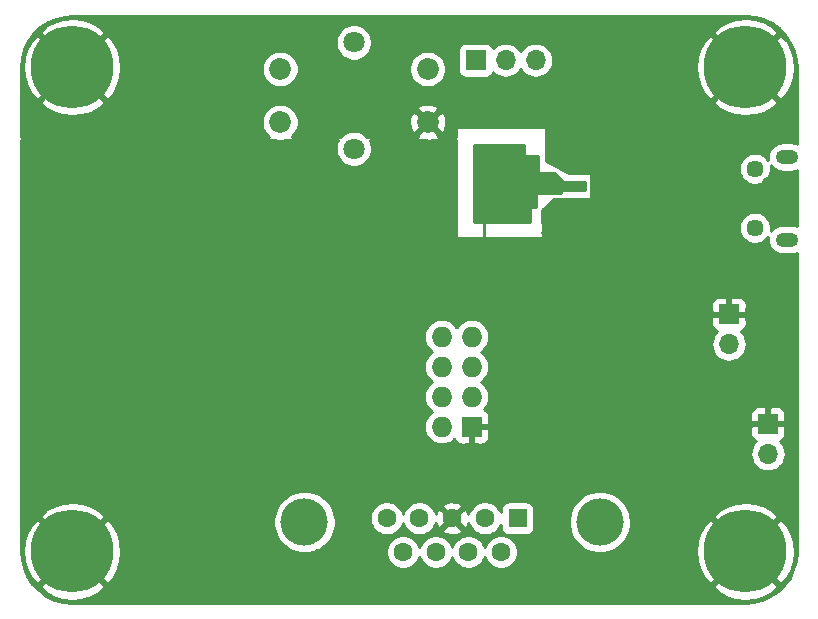
<source format=gbr>
G04 #@! TF.GenerationSoftware,KiCad,Pcbnew,5.1.4+dfsg1-1*
G04 #@! TF.CreationDate,2020-06-04T10:37:17+02:00*
G04 #@! TF.ProjectId,Telemetry,54656c65-6d65-4747-9279-2e6b69636164,rev?*
G04 #@! TF.SameCoordinates,Original*
G04 #@! TF.FileFunction,Copper,L2,Bot*
G04 #@! TF.FilePolarity,Positive*
%FSLAX46Y46*%
G04 Gerber Fmt 4.6, Leading zero omitted, Abs format (unit mm)*
G04 Created by KiCad (PCBNEW 5.1.4+dfsg1-1) date 2020-06-04 10:37:17*
%MOMM*%
%LPD*%
G04 APERTURE LIST*
%ADD10O,1.727200X1.727200*%
%ADD11R,1.727200X1.727200*%
%ADD12O,1.900000X1.200000*%
%ADD13C,1.450000*%
%ADD14C,0.800000*%
%ADD15C,7.000000*%
%ADD16C,1.850000*%
%ADD17C,1.800000*%
%ADD18C,4.000000*%
%ADD19C,1.600000*%
%ADD20R,1.600000X1.600000*%
%ADD21O,1.700000X1.700000*%
%ADD22R,1.700000X1.700000*%
%ADD23C,0.250000*%
%ADD24C,0.254000*%
G04 APERTURE END LIST*
D10*
X219282000Y-134440000D03*
D11*
X221822000Y-134440000D03*
D10*
X219282000Y-131900000D03*
X221822000Y-131900000D03*
X219282000Y-129360000D03*
X221822000Y-129360000D03*
X219282000Y-126820000D03*
X221822000Y-126820000D03*
D12*
X248500000Y-111600000D03*
X248500000Y-118600000D03*
D13*
X245800000Y-112600000D03*
X245800000Y-117600000D03*
D14*
X243143845Y-105856155D03*
X245000000Y-106625000D03*
X246856155Y-105856155D03*
X247625000Y-104000000D03*
X246856155Y-102143845D03*
X245000000Y-101375000D03*
X243143845Y-102143845D03*
X242375000Y-104000000D03*
D15*
X245000000Y-104000000D03*
D14*
X189856155Y-143143845D03*
X188000000Y-142375000D03*
X186143845Y-143143845D03*
X185375000Y-145000000D03*
X186143845Y-146856155D03*
X188000000Y-147625000D03*
X189856155Y-146856155D03*
X190625000Y-145000000D03*
D15*
X188000000Y-145000000D03*
D14*
X186143845Y-105856155D03*
X188000000Y-106625000D03*
X189856155Y-105856155D03*
X190625000Y-104000000D03*
X189856155Y-102143845D03*
X188000000Y-101375000D03*
X186143845Y-102143845D03*
X185375000Y-104000000D03*
D15*
X188000000Y-104000000D03*
D14*
X246856155Y-143143845D03*
X245000000Y-142375000D03*
X243143845Y-143143845D03*
X242375000Y-145000000D03*
X243143845Y-146856155D03*
X245000000Y-147625000D03*
X246856155Y-146856155D03*
X247625000Y-145000000D03*
D15*
X245000000Y-145000000D03*
D16*
X218100000Y-108650000D03*
X205600000Y-108650000D03*
X218100000Y-104150000D03*
X205600000Y-104150000D03*
D17*
X211850000Y-101900000D03*
X211850000Y-110900000D03*
D18*
X232660000Y-142500000D03*
X207660000Y-142500000D03*
D19*
X216005000Y-145040000D03*
X218775000Y-145040000D03*
X221545000Y-145040000D03*
X224315000Y-145040000D03*
X214620000Y-142200000D03*
X217390000Y-142200000D03*
X220160000Y-142200000D03*
X222930000Y-142200000D03*
D20*
X225700000Y-142200000D03*
D21*
X227240000Y-103400000D03*
X224700000Y-103400000D03*
D22*
X222160000Y-103400000D03*
X246900000Y-134200000D03*
D21*
X246900000Y-136740000D03*
D22*
X243600000Y-124900000D03*
D21*
X243600000Y-127440000D03*
D14*
X234900000Y-114600000D03*
X234900000Y-112800000D03*
X234900000Y-116400000D03*
X233200000Y-114600000D03*
X233200000Y-116400000D03*
X233200000Y-112800000D03*
X236600000Y-112800000D03*
X236600000Y-114600000D03*
X241370000Y-111950000D03*
X242650004Y-111950000D03*
X237100000Y-120875000D03*
X236425000Y-121475000D03*
X237100000Y-122080000D03*
X232775000Y-108775000D03*
X232050000Y-108075000D03*
X228080000Y-116720000D03*
X228075000Y-118050000D03*
X241500000Y-136725000D03*
X240750000Y-137475000D03*
X241500000Y-132875000D03*
X240725000Y-132200000D03*
X241450000Y-131400000D03*
X241475000Y-138250000D03*
X235975000Y-136550000D03*
X233825000Y-136550000D03*
X233475000Y-130850000D03*
X233475000Y-128275000D03*
X231200000Y-130875000D03*
X231200000Y-128325000D03*
X237150000Y-145525000D03*
X238000000Y-146425000D03*
X238900000Y-145500000D03*
X244726466Y-113801477D03*
X246795396Y-113742705D03*
X236975000Y-102400000D03*
X236125000Y-101500000D03*
X235275000Y-102425000D03*
X233275000Y-105750000D03*
X234150000Y-104850000D03*
X234975000Y-105775000D03*
X226245000Y-112130000D03*
X224450000Y-111100000D03*
X224450000Y-112100000D03*
X222900000Y-114450000D03*
X223900000Y-115775000D03*
X226500000Y-115800000D03*
X217200000Y-136850000D03*
X217975000Y-136075000D03*
X217200000Y-138025000D03*
X217975000Y-138850000D03*
X236700000Y-133100000D03*
X237850000Y-133000000D03*
X238600000Y-133650000D03*
X228000000Y-132200000D03*
X226900000Y-132300000D03*
X226100000Y-133000000D03*
X228800000Y-133000000D03*
D23*
X222900000Y-119500000D02*
X222900000Y-114725036D01*
D24*
G36*
X226273000Y-111350000D02*
G01*
X226275440Y-111374776D01*
X226282667Y-111398601D01*
X226294403Y-111420557D01*
X226310197Y-111439803D01*
X226329443Y-111455597D01*
X226351399Y-111467333D01*
X226375224Y-111474560D01*
X226400000Y-111477000D01*
X227473000Y-111477000D01*
X227473000Y-112850000D01*
X227475440Y-112874776D01*
X227482667Y-112898601D01*
X227494403Y-112920557D01*
X227510197Y-112939803D01*
X227529443Y-112955597D01*
X227551399Y-112967333D01*
X227575224Y-112974560D01*
X227600000Y-112977000D01*
X228752658Y-112977000D01*
X229536868Y-113656011D01*
X229557197Y-113670384D01*
X229579938Y-113680516D01*
X229604220Y-113686016D01*
X229619665Y-113687000D01*
X231388652Y-113691668D01*
X231392342Y-114407685D01*
X229490313Y-114403000D01*
X229465530Y-114405380D01*
X229441688Y-114412548D01*
X229419703Y-114424230D01*
X229400419Y-114439977D01*
X229384577Y-114459183D01*
X229372787Y-114481110D01*
X229365502Y-114504917D01*
X229363131Y-114535767D01*
X229367096Y-114623000D01*
X227400000Y-114623000D01*
X227375224Y-114625440D01*
X227351399Y-114632667D01*
X227329443Y-114644403D01*
X227310197Y-114660197D01*
X227294403Y-114679443D01*
X227282667Y-114701399D01*
X227275440Y-114725224D01*
X227273000Y-114750000D01*
X227273000Y-115823000D01*
X226900000Y-115823000D01*
X226875224Y-115825440D01*
X226851399Y-115832667D01*
X226829443Y-115844403D01*
X226810197Y-115860197D01*
X226794403Y-115879443D01*
X226782667Y-115901399D01*
X226775440Y-115925224D01*
X226773000Y-115950000D01*
X226773000Y-117123000D01*
X222027000Y-117123000D01*
X222027000Y-110577000D01*
X226273000Y-110577000D01*
X226273000Y-111350000D01*
X226273000Y-111350000D01*
G37*
X226273000Y-111350000D02*
X226275440Y-111374776D01*
X226282667Y-111398601D01*
X226294403Y-111420557D01*
X226310197Y-111439803D01*
X226329443Y-111455597D01*
X226351399Y-111467333D01*
X226375224Y-111474560D01*
X226400000Y-111477000D01*
X227473000Y-111477000D01*
X227473000Y-112850000D01*
X227475440Y-112874776D01*
X227482667Y-112898601D01*
X227494403Y-112920557D01*
X227510197Y-112939803D01*
X227529443Y-112955597D01*
X227551399Y-112967333D01*
X227575224Y-112974560D01*
X227600000Y-112977000D01*
X228752658Y-112977000D01*
X229536868Y-113656011D01*
X229557197Y-113670384D01*
X229579938Y-113680516D01*
X229604220Y-113686016D01*
X229619665Y-113687000D01*
X231388652Y-113691668D01*
X231392342Y-114407685D01*
X229490313Y-114403000D01*
X229465530Y-114405380D01*
X229441688Y-114412548D01*
X229419703Y-114424230D01*
X229400419Y-114439977D01*
X229384577Y-114459183D01*
X229372787Y-114481110D01*
X229365502Y-114504917D01*
X229363131Y-114535767D01*
X229367096Y-114623000D01*
X227400000Y-114623000D01*
X227375224Y-114625440D01*
X227351399Y-114632667D01*
X227329443Y-114644403D01*
X227310197Y-114660197D01*
X227294403Y-114679443D01*
X227282667Y-114701399D01*
X227275440Y-114725224D01*
X227273000Y-114750000D01*
X227273000Y-115823000D01*
X226900000Y-115823000D01*
X226875224Y-115825440D01*
X226851399Y-115832667D01*
X226829443Y-115844403D01*
X226810197Y-115860197D01*
X226794403Y-115879443D01*
X226782667Y-115901399D01*
X226775440Y-115925224D01*
X226773000Y-115950000D01*
X226773000Y-117123000D01*
X222027000Y-117123000D01*
X222027000Y-110577000D01*
X226273000Y-110577000D01*
X226273000Y-111350000D01*
G36*
X245768083Y-99731173D02*
G01*
X246511891Y-99934656D01*
X247207905Y-100266638D01*
X247834130Y-100716626D01*
X248370777Y-101270403D01*
X248800871Y-101910451D01*
X249110829Y-102616553D01*
X249292065Y-103371457D01*
X249340001Y-104024220D01*
X249340001Y-110461560D01*
X249324901Y-110453489D01*
X249092102Y-110382870D01*
X248910665Y-110365000D01*
X248089335Y-110365000D01*
X247907898Y-110382870D01*
X247675099Y-110453489D01*
X247460551Y-110568167D01*
X247272498Y-110722498D01*
X247118167Y-110910551D01*
X247003489Y-111125099D01*
X246932870Y-111357898D01*
X246909025Y-111600000D01*
X246932870Y-111842102D01*
X246935883Y-111852035D01*
X246856381Y-111733051D01*
X246666949Y-111543619D01*
X246444201Y-111394784D01*
X246196697Y-111292264D01*
X245933948Y-111240000D01*
X245666052Y-111240000D01*
X245403303Y-111292264D01*
X245155799Y-111394784D01*
X244933051Y-111543619D01*
X244743619Y-111733051D01*
X244594784Y-111955799D01*
X244492264Y-112203303D01*
X244440000Y-112466052D01*
X244440000Y-112733948D01*
X244492264Y-112996697D01*
X244594784Y-113244201D01*
X244743619Y-113466949D01*
X244933051Y-113656381D01*
X245155799Y-113805216D01*
X245403303Y-113907736D01*
X245666052Y-113960000D01*
X245933948Y-113960000D01*
X246196697Y-113907736D01*
X246444201Y-113805216D01*
X246666949Y-113656381D01*
X246856381Y-113466949D01*
X247005216Y-113244201D01*
X247107736Y-112996697D01*
X247160000Y-112733948D01*
X247160000Y-112466052D01*
X247127016Y-112300232D01*
X247272498Y-112477502D01*
X247460551Y-112631833D01*
X247675099Y-112746511D01*
X247907898Y-112817130D01*
X248089335Y-112835000D01*
X248910665Y-112835000D01*
X249092102Y-112817130D01*
X249324901Y-112746511D01*
X249340001Y-112738440D01*
X249340001Y-117461560D01*
X249324901Y-117453489D01*
X249092102Y-117382870D01*
X248910665Y-117365000D01*
X248089335Y-117365000D01*
X247907898Y-117382870D01*
X247675099Y-117453489D01*
X247460551Y-117568167D01*
X247272498Y-117722498D01*
X247127016Y-117899768D01*
X247160000Y-117733948D01*
X247160000Y-117466052D01*
X247107736Y-117203303D01*
X247005216Y-116955799D01*
X246856381Y-116733051D01*
X246666949Y-116543619D01*
X246444201Y-116394784D01*
X246196697Y-116292264D01*
X245933948Y-116240000D01*
X245666052Y-116240000D01*
X245403303Y-116292264D01*
X245155799Y-116394784D01*
X244933051Y-116543619D01*
X244743619Y-116733051D01*
X244594784Y-116955799D01*
X244492264Y-117203303D01*
X244440000Y-117466052D01*
X244440000Y-117733948D01*
X244492264Y-117996697D01*
X244594784Y-118244201D01*
X244743619Y-118466949D01*
X244933051Y-118656381D01*
X245155799Y-118805216D01*
X245403303Y-118907736D01*
X245666052Y-118960000D01*
X245933948Y-118960000D01*
X246196697Y-118907736D01*
X246444201Y-118805216D01*
X246666949Y-118656381D01*
X246856381Y-118466949D01*
X246935883Y-118347965D01*
X246932870Y-118357898D01*
X246909025Y-118600000D01*
X246932870Y-118842102D01*
X247003489Y-119074901D01*
X247118167Y-119289449D01*
X247272498Y-119477502D01*
X247460551Y-119631833D01*
X247675099Y-119746511D01*
X247907898Y-119817130D01*
X248089335Y-119835000D01*
X248910665Y-119835000D01*
X249092102Y-119817130D01*
X249324901Y-119746511D01*
X249340001Y-119738440D01*
X249340000Y-144970608D01*
X249268827Y-145768083D01*
X249065344Y-146511890D01*
X248733363Y-147207904D01*
X248283374Y-147834130D01*
X247729597Y-148370777D01*
X247089549Y-148800871D01*
X246383447Y-149110829D01*
X245628543Y-149292065D01*
X244975793Y-149340000D01*
X188029392Y-149340000D01*
X187231917Y-149268827D01*
X186488110Y-149065344D01*
X185792096Y-148733363D01*
X185165870Y-148283374D01*
X184808073Y-147914155D01*
X185265450Y-147914155D01*
X185661634Y-148434550D01*
X186376612Y-148824748D01*
X187153976Y-149067964D01*
X187963853Y-149154851D01*
X188775118Y-149082069D01*
X189556597Y-148852415D01*
X190278256Y-148474715D01*
X190338366Y-148434550D01*
X190734550Y-147914155D01*
X242265450Y-147914155D01*
X242661634Y-148434550D01*
X243376612Y-148824748D01*
X244153976Y-149067964D01*
X244963853Y-149154851D01*
X245775118Y-149082069D01*
X246556597Y-148852415D01*
X247278256Y-148474715D01*
X247338366Y-148434550D01*
X247734550Y-147914155D01*
X245000000Y-145179605D01*
X242265450Y-147914155D01*
X190734550Y-147914155D01*
X188000000Y-145179605D01*
X185265450Y-147914155D01*
X184808073Y-147914155D01*
X184629223Y-147729597D01*
X184199129Y-147089549D01*
X183889171Y-146383447D01*
X183707935Y-145628543D01*
X183660000Y-144975793D01*
X183660000Y-144963853D01*
X183845149Y-144963853D01*
X183917931Y-145775118D01*
X184147585Y-146556597D01*
X184525285Y-147278256D01*
X184565450Y-147338366D01*
X185085845Y-147734550D01*
X187820395Y-145000000D01*
X188179605Y-145000000D01*
X190914155Y-147734550D01*
X191434550Y-147338366D01*
X191824748Y-146623388D01*
X192067964Y-145846024D01*
X192154851Y-145036147D01*
X192082069Y-144224882D01*
X191852415Y-143443403D01*
X191474715Y-142721744D01*
X191434550Y-142661634D01*
X190914155Y-142265450D01*
X188179605Y-145000000D01*
X187820395Y-145000000D01*
X185085845Y-142265450D01*
X184565450Y-142661634D01*
X184175252Y-143376612D01*
X183932036Y-144153976D01*
X183845149Y-144963853D01*
X183660000Y-144963853D01*
X183660000Y-142085845D01*
X185265450Y-142085845D01*
X188000000Y-144820395D01*
X190579920Y-142240475D01*
X205025000Y-142240475D01*
X205025000Y-142759525D01*
X205126261Y-143268601D01*
X205324893Y-143748141D01*
X205613262Y-144179715D01*
X205980285Y-144546738D01*
X206411859Y-144835107D01*
X206891399Y-145033739D01*
X207400475Y-145135000D01*
X207919525Y-145135000D01*
X208428601Y-145033739D01*
X208754698Y-144898665D01*
X214570000Y-144898665D01*
X214570000Y-145181335D01*
X214625147Y-145458574D01*
X214733320Y-145719727D01*
X214890363Y-145954759D01*
X215090241Y-146154637D01*
X215325273Y-146311680D01*
X215586426Y-146419853D01*
X215863665Y-146475000D01*
X216146335Y-146475000D01*
X216423574Y-146419853D01*
X216684727Y-146311680D01*
X216919759Y-146154637D01*
X217119637Y-145954759D01*
X217276680Y-145719727D01*
X217384853Y-145458574D01*
X217390000Y-145432699D01*
X217395147Y-145458574D01*
X217503320Y-145719727D01*
X217660363Y-145954759D01*
X217860241Y-146154637D01*
X218095273Y-146311680D01*
X218356426Y-146419853D01*
X218633665Y-146475000D01*
X218916335Y-146475000D01*
X219193574Y-146419853D01*
X219454727Y-146311680D01*
X219689759Y-146154637D01*
X219889637Y-145954759D01*
X220046680Y-145719727D01*
X220154853Y-145458574D01*
X220160000Y-145432699D01*
X220165147Y-145458574D01*
X220273320Y-145719727D01*
X220430363Y-145954759D01*
X220630241Y-146154637D01*
X220865273Y-146311680D01*
X221126426Y-146419853D01*
X221403665Y-146475000D01*
X221686335Y-146475000D01*
X221963574Y-146419853D01*
X222224727Y-146311680D01*
X222459759Y-146154637D01*
X222659637Y-145954759D01*
X222816680Y-145719727D01*
X222924853Y-145458574D01*
X222930000Y-145432699D01*
X222935147Y-145458574D01*
X223043320Y-145719727D01*
X223200363Y-145954759D01*
X223400241Y-146154637D01*
X223635273Y-146311680D01*
X223896426Y-146419853D01*
X224173665Y-146475000D01*
X224456335Y-146475000D01*
X224733574Y-146419853D01*
X224994727Y-146311680D01*
X225229759Y-146154637D01*
X225429637Y-145954759D01*
X225586680Y-145719727D01*
X225694853Y-145458574D01*
X225750000Y-145181335D01*
X225750000Y-144898665D01*
X225694853Y-144621426D01*
X225586680Y-144360273D01*
X225429637Y-144125241D01*
X225229759Y-143925363D01*
X224994727Y-143768320D01*
X224733574Y-143660147D01*
X224456335Y-143605000D01*
X224173665Y-143605000D01*
X223896426Y-143660147D01*
X223635273Y-143768320D01*
X223400241Y-143925363D01*
X223200363Y-144125241D01*
X223043320Y-144360273D01*
X222935147Y-144621426D01*
X222930000Y-144647301D01*
X222924853Y-144621426D01*
X222816680Y-144360273D01*
X222659637Y-144125241D01*
X222459759Y-143925363D01*
X222224727Y-143768320D01*
X221963574Y-143660147D01*
X221686335Y-143605000D01*
X221403665Y-143605000D01*
X221126426Y-143660147D01*
X220865273Y-143768320D01*
X220630241Y-143925363D01*
X220430363Y-144125241D01*
X220273320Y-144360273D01*
X220165147Y-144621426D01*
X220160000Y-144647301D01*
X220154853Y-144621426D01*
X220046680Y-144360273D01*
X219889637Y-144125241D01*
X219689759Y-143925363D01*
X219454727Y-143768320D01*
X219193574Y-143660147D01*
X218916335Y-143605000D01*
X218633665Y-143605000D01*
X218356426Y-143660147D01*
X218095273Y-143768320D01*
X217860241Y-143925363D01*
X217660363Y-144125241D01*
X217503320Y-144360273D01*
X217395147Y-144621426D01*
X217390000Y-144647301D01*
X217384853Y-144621426D01*
X217276680Y-144360273D01*
X217119637Y-144125241D01*
X216919759Y-143925363D01*
X216684727Y-143768320D01*
X216423574Y-143660147D01*
X216146335Y-143605000D01*
X215863665Y-143605000D01*
X215586426Y-143660147D01*
X215325273Y-143768320D01*
X215090241Y-143925363D01*
X214890363Y-144125241D01*
X214733320Y-144360273D01*
X214625147Y-144621426D01*
X214570000Y-144898665D01*
X208754698Y-144898665D01*
X208908141Y-144835107D01*
X209339715Y-144546738D01*
X209706738Y-144179715D01*
X209995107Y-143748141D01*
X210193739Y-143268601D01*
X210295000Y-142759525D01*
X210295000Y-142240475D01*
X210258836Y-142058665D01*
X213185000Y-142058665D01*
X213185000Y-142341335D01*
X213240147Y-142618574D01*
X213348320Y-142879727D01*
X213505363Y-143114759D01*
X213705241Y-143314637D01*
X213940273Y-143471680D01*
X214201426Y-143579853D01*
X214478665Y-143635000D01*
X214761335Y-143635000D01*
X215038574Y-143579853D01*
X215299727Y-143471680D01*
X215534759Y-143314637D01*
X215734637Y-143114759D01*
X215891680Y-142879727D01*
X215999853Y-142618574D01*
X216005000Y-142592699D01*
X216010147Y-142618574D01*
X216118320Y-142879727D01*
X216275363Y-143114759D01*
X216475241Y-143314637D01*
X216710273Y-143471680D01*
X216971426Y-143579853D01*
X217248665Y-143635000D01*
X217531335Y-143635000D01*
X217808574Y-143579853D01*
X218069727Y-143471680D01*
X218304759Y-143314637D01*
X218426694Y-143192702D01*
X219346903Y-143192702D01*
X219418486Y-143436671D01*
X219673996Y-143557571D01*
X219948184Y-143626300D01*
X220230512Y-143640217D01*
X220510130Y-143598787D01*
X220776292Y-143503603D01*
X220901514Y-143436671D01*
X220973097Y-143192702D01*
X220160000Y-142379605D01*
X219346903Y-143192702D01*
X218426694Y-143192702D01*
X218504637Y-143114759D01*
X218661680Y-142879727D01*
X218769853Y-142618574D01*
X218775513Y-142590118D01*
X218856397Y-142816292D01*
X218923329Y-142941514D01*
X219167298Y-143013097D01*
X219980395Y-142200000D01*
X220339605Y-142200000D01*
X221152702Y-143013097D01*
X221396671Y-142941514D01*
X221517571Y-142686004D01*
X221543212Y-142583711D01*
X221550147Y-142618574D01*
X221658320Y-142879727D01*
X221815363Y-143114759D01*
X222015241Y-143314637D01*
X222250273Y-143471680D01*
X222511426Y-143579853D01*
X222788665Y-143635000D01*
X223071335Y-143635000D01*
X223348574Y-143579853D01*
X223609727Y-143471680D01*
X223844759Y-143314637D01*
X224044637Y-143114759D01*
X224201680Y-142879727D01*
X224261928Y-142734275D01*
X224261928Y-143000000D01*
X224274188Y-143124482D01*
X224310498Y-143244180D01*
X224369463Y-143354494D01*
X224448815Y-143451185D01*
X224545506Y-143530537D01*
X224655820Y-143589502D01*
X224775518Y-143625812D01*
X224900000Y-143638072D01*
X226500000Y-143638072D01*
X226624482Y-143625812D01*
X226744180Y-143589502D01*
X226854494Y-143530537D01*
X226951185Y-143451185D01*
X227030537Y-143354494D01*
X227089502Y-143244180D01*
X227125812Y-143124482D01*
X227138072Y-143000000D01*
X227138072Y-142240475D01*
X230025000Y-142240475D01*
X230025000Y-142759525D01*
X230126261Y-143268601D01*
X230324893Y-143748141D01*
X230613262Y-144179715D01*
X230980285Y-144546738D01*
X231411859Y-144835107D01*
X231891399Y-145033739D01*
X232400475Y-145135000D01*
X232919525Y-145135000D01*
X233428601Y-145033739D01*
X233597320Y-144963853D01*
X240845149Y-144963853D01*
X240917931Y-145775118D01*
X241147585Y-146556597D01*
X241525285Y-147278256D01*
X241565450Y-147338366D01*
X242085845Y-147734550D01*
X244820395Y-145000000D01*
X245179605Y-145000000D01*
X247914155Y-147734550D01*
X248434550Y-147338366D01*
X248824748Y-146623388D01*
X249067964Y-145846024D01*
X249154851Y-145036147D01*
X249082069Y-144224882D01*
X248852415Y-143443403D01*
X248474715Y-142721744D01*
X248434550Y-142661634D01*
X247914155Y-142265450D01*
X245179605Y-145000000D01*
X244820395Y-145000000D01*
X242085845Y-142265450D01*
X241565450Y-142661634D01*
X241175252Y-143376612D01*
X240932036Y-144153976D01*
X240845149Y-144963853D01*
X233597320Y-144963853D01*
X233908141Y-144835107D01*
X234339715Y-144546738D01*
X234706738Y-144179715D01*
X234995107Y-143748141D01*
X235193739Y-143268601D01*
X235295000Y-142759525D01*
X235295000Y-142240475D01*
X235264243Y-142085845D01*
X242265450Y-142085845D01*
X245000000Y-144820395D01*
X247734550Y-142085845D01*
X247338366Y-141565450D01*
X246623388Y-141175252D01*
X245846024Y-140932036D01*
X245036147Y-140845149D01*
X244224882Y-140917931D01*
X243443403Y-141147585D01*
X242721744Y-141525285D01*
X242661634Y-141565450D01*
X242265450Y-142085845D01*
X235264243Y-142085845D01*
X235193739Y-141731399D01*
X234995107Y-141251859D01*
X234706738Y-140820285D01*
X234339715Y-140453262D01*
X233908141Y-140164893D01*
X233428601Y-139966261D01*
X232919525Y-139865000D01*
X232400475Y-139865000D01*
X231891399Y-139966261D01*
X231411859Y-140164893D01*
X230980285Y-140453262D01*
X230613262Y-140820285D01*
X230324893Y-141251859D01*
X230126261Y-141731399D01*
X230025000Y-142240475D01*
X227138072Y-142240475D01*
X227138072Y-141400000D01*
X227125812Y-141275518D01*
X227089502Y-141155820D01*
X227030537Y-141045506D01*
X226951185Y-140948815D01*
X226854494Y-140869463D01*
X226744180Y-140810498D01*
X226624482Y-140774188D01*
X226500000Y-140761928D01*
X224900000Y-140761928D01*
X224775518Y-140774188D01*
X224655820Y-140810498D01*
X224545506Y-140869463D01*
X224448815Y-140948815D01*
X224369463Y-141045506D01*
X224310498Y-141155820D01*
X224274188Y-141275518D01*
X224261928Y-141400000D01*
X224261928Y-141665725D01*
X224201680Y-141520273D01*
X224044637Y-141285241D01*
X223844759Y-141085363D01*
X223609727Y-140928320D01*
X223348574Y-140820147D01*
X223071335Y-140765000D01*
X222788665Y-140765000D01*
X222511426Y-140820147D01*
X222250273Y-140928320D01*
X222015241Y-141085363D01*
X221815363Y-141285241D01*
X221658320Y-141520273D01*
X221550147Y-141781426D01*
X221544487Y-141809882D01*
X221463603Y-141583708D01*
X221396671Y-141458486D01*
X221152702Y-141386903D01*
X220339605Y-142200000D01*
X219980395Y-142200000D01*
X219167298Y-141386903D01*
X218923329Y-141458486D01*
X218802429Y-141713996D01*
X218776788Y-141816289D01*
X218769853Y-141781426D01*
X218661680Y-141520273D01*
X218504637Y-141285241D01*
X218426694Y-141207298D01*
X219346903Y-141207298D01*
X220160000Y-142020395D01*
X220973097Y-141207298D01*
X220901514Y-140963329D01*
X220646004Y-140842429D01*
X220371816Y-140773700D01*
X220089488Y-140759783D01*
X219809870Y-140801213D01*
X219543708Y-140896397D01*
X219418486Y-140963329D01*
X219346903Y-141207298D01*
X218426694Y-141207298D01*
X218304759Y-141085363D01*
X218069727Y-140928320D01*
X217808574Y-140820147D01*
X217531335Y-140765000D01*
X217248665Y-140765000D01*
X216971426Y-140820147D01*
X216710273Y-140928320D01*
X216475241Y-141085363D01*
X216275363Y-141285241D01*
X216118320Y-141520273D01*
X216010147Y-141781426D01*
X216005000Y-141807301D01*
X215999853Y-141781426D01*
X215891680Y-141520273D01*
X215734637Y-141285241D01*
X215534759Y-141085363D01*
X215299727Y-140928320D01*
X215038574Y-140820147D01*
X214761335Y-140765000D01*
X214478665Y-140765000D01*
X214201426Y-140820147D01*
X213940273Y-140928320D01*
X213705241Y-141085363D01*
X213505363Y-141285241D01*
X213348320Y-141520273D01*
X213240147Y-141781426D01*
X213185000Y-142058665D01*
X210258836Y-142058665D01*
X210193739Y-141731399D01*
X209995107Y-141251859D01*
X209706738Y-140820285D01*
X209339715Y-140453262D01*
X208908141Y-140164893D01*
X208428601Y-139966261D01*
X207919525Y-139865000D01*
X207400475Y-139865000D01*
X206891399Y-139966261D01*
X206411859Y-140164893D01*
X205980285Y-140453262D01*
X205613262Y-140820285D01*
X205324893Y-141251859D01*
X205126261Y-141731399D01*
X205025000Y-142240475D01*
X190579920Y-142240475D01*
X190734550Y-142085845D01*
X190338366Y-141565450D01*
X189623388Y-141175252D01*
X188846024Y-140932036D01*
X188036147Y-140845149D01*
X187224882Y-140917931D01*
X186443403Y-141147585D01*
X185721744Y-141525285D01*
X185661634Y-141565450D01*
X185265450Y-142085845D01*
X183660000Y-142085845D01*
X183660000Y-136740000D01*
X245407815Y-136740000D01*
X245436487Y-137031111D01*
X245521401Y-137311034D01*
X245659294Y-137569014D01*
X245844866Y-137795134D01*
X246070986Y-137980706D01*
X246328966Y-138118599D01*
X246608889Y-138203513D01*
X246827050Y-138225000D01*
X246972950Y-138225000D01*
X247191111Y-138203513D01*
X247471034Y-138118599D01*
X247729014Y-137980706D01*
X247955134Y-137795134D01*
X248140706Y-137569014D01*
X248278599Y-137311034D01*
X248363513Y-137031111D01*
X248392185Y-136740000D01*
X248363513Y-136448889D01*
X248278599Y-136168966D01*
X248140706Y-135910986D01*
X247955134Y-135684866D01*
X247925313Y-135660393D01*
X247994180Y-135639502D01*
X248104494Y-135580537D01*
X248201185Y-135501185D01*
X248280537Y-135404494D01*
X248339502Y-135294180D01*
X248375812Y-135174482D01*
X248388072Y-135050000D01*
X248385000Y-134485750D01*
X248226250Y-134327000D01*
X247027000Y-134327000D01*
X247027000Y-134347000D01*
X246773000Y-134347000D01*
X246773000Y-134327000D01*
X245573750Y-134327000D01*
X245415000Y-134485750D01*
X245411928Y-135050000D01*
X245424188Y-135174482D01*
X245460498Y-135294180D01*
X245519463Y-135404494D01*
X245598815Y-135501185D01*
X245695506Y-135580537D01*
X245805820Y-135639502D01*
X245874687Y-135660393D01*
X245844866Y-135684866D01*
X245659294Y-135910986D01*
X245521401Y-136168966D01*
X245436487Y-136448889D01*
X245407815Y-136740000D01*
X183660000Y-136740000D01*
X183660000Y-126820000D01*
X217776149Y-126820000D01*
X217805084Y-127113777D01*
X217890775Y-127396264D01*
X218029931Y-127656606D01*
X218217203Y-127884797D01*
X218445394Y-128072069D01*
X218478940Y-128090000D01*
X218445394Y-128107931D01*
X218217203Y-128295203D01*
X218029931Y-128523394D01*
X217890775Y-128783736D01*
X217805084Y-129066223D01*
X217776149Y-129360000D01*
X217805084Y-129653777D01*
X217890775Y-129936264D01*
X218029931Y-130196606D01*
X218217203Y-130424797D01*
X218445394Y-130612069D01*
X218478940Y-130630000D01*
X218445394Y-130647931D01*
X218217203Y-130835203D01*
X218029931Y-131063394D01*
X217890775Y-131323736D01*
X217805084Y-131606223D01*
X217776149Y-131900000D01*
X217805084Y-132193777D01*
X217890775Y-132476264D01*
X218029931Y-132736606D01*
X218217203Y-132964797D01*
X218445394Y-133152069D01*
X218478940Y-133170000D01*
X218445394Y-133187931D01*
X218217203Y-133375203D01*
X218029931Y-133603394D01*
X217890775Y-133863736D01*
X217805084Y-134146223D01*
X217776149Y-134440000D01*
X217805084Y-134733777D01*
X217890775Y-135016264D01*
X218029931Y-135276606D01*
X218217203Y-135504797D01*
X218445394Y-135692069D01*
X218705736Y-135831225D01*
X218988223Y-135916916D01*
X219208381Y-135938600D01*
X219355619Y-135938600D01*
X219575777Y-135916916D01*
X219858264Y-135831225D01*
X220118606Y-135692069D01*
X220346797Y-135504797D01*
X220353414Y-135496735D01*
X220368898Y-135547780D01*
X220427863Y-135658094D01*
X220507215Y-135754785D01*
X220603906Y-135834137D01*
X220714220Y-135893102D01*
X220833918Y-135929412D01*
X220958400Y-135941672D01*
X221536250Y-135938600D01*
X221695000Y-135779850D01*
X221695000Y-134567000D01*
X221949000Y-134567000D01*
X221949000Y-135779850D01*
X222107750Y-135938600D01*
X222685600Y-135941672D01*
X222810082Y-135929412D01*
X222929780Y-135893102D01*
X223040094Y-135834137D01*
X223136785Y-135754785D01*
X223216137Y-135658094D01*
X223275102Y-135547780D01*
X223311412Y-135428082D01*
X223323672Y-135303600D01*
X223320600Y-134725750D01*
X223161850Y-134567000D01*
X221949000Y-134567000D01*
X221695000Y-134567000D01*
X221675000Y-134567000D01*
X221675000Y-134313000D01*
X221695000Y-134313000D01*
X221695000Y-134293000D01*
X221949000Y-134293000D01*
X221949000Y-134313000D01*
X223161850Y-134313000D01*
X223320600Y-134154250D01*
X223323672Y-133576400D01*
X223311412Y-133451918D01*
X223280496Y-133350000D01*
X245411928Y-133350000D01*
X245415000Y-133914250D01*
X245573750Y-134073000D01*
X246773000Y-134073000D01*
X246773000Y-132873750D01*
X247027000Y-132873750D01*
X247027000Y-134073000D01*
X248226250Y-134073000D01*
X248385000Y-133914250D01*
X248388072Y-133350000D01*
X248375812Y-133225518D01*
X248339502Y-133105820D01*
X248280537Y-132995506D01*
X248201185Y-132898815D01*
X248104494Y-132819463D01*
X247994180Y-132760498D01*
X247874482Y-132724188D01*
X247750000Y-132711928D01*
X247185750Y-132715000D01*
X247027000Y-132873750D01*
X246773000Y-132873750D01*
X246614250Y-132715000D01*
X246050000Y-132711928D01*
X245925518Y-132724188D01*
X245805820Y-132760498D01*
X245695506Y-132819463D01*
X245598815Y-132898815D01*
X245519463Y-132995506D01*
X245460498Y-133105820D01*
X245424188Y-133225518D01*
X245411928Y-133350000D01*
X223280496Y-133350000D01*
X223275102Y-133332220D01*
X223216137Y-133221906D01*
X223136785Y-133125215D01*
X223040094Y-133045863D01*
X222929780Y-132986898D01*
X222878735Y-132971414D01*
X222886797Y-132964797D01*
X223074069Y-132736606D01*
X223213225Y-132476264D01*
X223298916Y-132193777D01*
X223327851Y-131900000D01*
X223298916Y-131606223D01*
X223213225Y-131323736D01*
X223074069Y-131063394D01*
X222886797Y-130835203D01*
X222658606Y-130647931D01*
X222625060Y-130630000D01*
X222658606Y-130612069D01*
X222886797Y-130424797D01*
X223074069Y-130196606D01*
X223213225Y-129936264D01*
X223298916Y-129653777D01*
X223327851Y-129360000D01*
X223298916Y-129066223D01*
X223213225Y-128783736D01*
X223074069Y-128523394D01*
X222886797Y-128295203D01*
X222658606Y-128107931D01*
X222625060Y-128090000D01*
X222658606Y-128072069D01*
X222886797Y-127884797D01*
X223074069Y-127656606D01*
X223189847Y-127440000D01*
X242107815Y-127440000D01*
X242136487Y-127731111D01*
X242221401Y-128011034D01*
X242359294Y-128269014D01*
X242544866Y-128495134D01*
X242770986Y-128680706D01*
X243028966Y-128818599D01*
X243308889Y-128903513D01*
X243527050Y-128925000D01*
X243672950Y-128925000D01*
X243891111Y-128903513D01*
X244171034Y-128818599D01*
X244429014Y-128680706D01*
X244655134Y-128495134D01*
X244840706Y-128269014D01*
X244978599Y-128011034D01*
X245063513Y-127731111D01*
X245092185Y-127440000D01*
X245063513Y-127148889D01*
X244978599Y-126868966D01*
X244840706Y-126610986D01*
X244655134Y-126384866D01*
X244625313Y-126360393D01*
X244694180Y-126339502D01*
X244804494Y-126280537D01*
X244901185Y-126201185D01*
X244980537Y-126104494D01*
X245039502Y-125994180D01*
X245075812Y-125874482D01*
X245088072Y-125750000D01*
X245085000Y-125185750D01*
X244926250Y-125027000D01*
X243727000Y-125027000D01*
X243727000Y-125047000D01*
X243473000Y-125047000D01*
X243473000Y-125027000D01*
X242273750Y-125027000D01*
X242115000Y-125185750D01*
X242111928Y-125750000D01*
X242124188Y-125874482D01*
X242160498Y-125994180D01*
X242219463Y-126104494D01*
X242298815Y-126201185D01*
X242395506Y-126280537D01*
X242505820Y-126339502D01*
X242574687Y-126360393D01*
X242544866Y-126384866D01*
X242359294Y-126610986D01*
X242221401Y-126868966D01*
X242136487Y-127148889D01*
X242107815Y-127440000D01*
X223189847Y-127440000D01*
X223213225Y-127396264D01*
X223298916Y-127113777D01*
X223327851Y-126820000D01*
X223298916Y-126526223D01*
X223213225Y-126243736D01*
X223074069Y-125983394D01*
X222886797Y-125755203D01*
X222658606Y-125567931D01*
X222398264Y-125428775D01*
X222115777Y-125343084D01*
X221895619Y-125321400D01*
X221748381Y-125321400D01*
X221528223Y-125343084D01*
X221245736Y-125428775D01*
X220985394Y-125567931D01*
X220757203Y-125755203D01*
X220569931Y-125983394D01*
X220552000Y-126016940D01*
X220534069Y-125983394D01*
X220346797Y-125755203D01*
X220118606Y-125567931D01*
X219858264Y-125428775D01*
X219575777Y-125343084D01*
X219355619Y-125321400D01*
X219208381Y-125321400D01*
X218988223Y-125343084D01*
X218705736Y-125428775D01*
X218445394Y-125567931D01*
X218217203Y-125755203D01*
X218029931Y-125983394D01*
X217890775Y-126243736D01*
X217805084Y-126526223D01*
X217776149Y-126820000D01*
X183660000Y-126820000D01*
X183660000Y-124050000D01*
X242111928Y-124050000D01*
X242115000Y-124614250D01*
X242273750Y-124773000D01*
X243473000Y-124773000D01*
X243473000Y-123573750D01*
X243727000Y-123573750D01*
X243727000Y-124773000D01*
X244926250Y-124773000D01*
X245085000Y-124614250D01*
X245088072Y-124050000D01*
X245075812Y-123925518D01*
X245039502Y-123805820D01*
X244980537Y-123695506D01*
X244901185Y-123598815D01*
X244804494Y-123519463D01*
X244694180Y-123460498D01*
X244574482Y-123424188D01*
X244450000Y-123411928D01*
X243885750Y-123415000D01*
X243727000Y-123573750D01*
X243473000Y-123573750D01*
X243314250Y-123415000D01*
X242750000Y-123411928D01*
X242625518Y-123424188D01*
X242505820Y-123460498D01*
X242395506Y-123519463D01*
X242298815Y-123598815D01*
X242219463Y-123695506D01*
X242160498Y-123805820D01*
X242124188Y-123925518D01*
X242111928Y-124050000D01*
X183660000Y-124050000D01*
X183660000Y-110127000D01*
X205089317Y-110127000D01*
X205144965Y-110150050D01*
X205446353Y-110210000D01*
X205753647Y-110210000D01*
X206055035Y-110150050D01*
X206110683Y-110127000D01*
X210520374Y-110127000D01*
X210489701Y-110172905D01*
X210373989Y-110452257D01*
X210315000Y-110748816D01*
X210315000Y-111051184D01*
X210373989Y-111347743D01*
X210489701Y-111627095D01*
X210657688Y-111878505D01*
X210871495Y-112092312D01*
X211122905Y-112260299D01*
X211402257Y-112376011D01*
X211698816Y-112435000D01*
X212001184Y-112435000D01*
X212297743Y-112376011D01*
X212577095Y-112260299D01*
X212828505Y-112092312D01*
X213042312Y-111878505D01*
X213210299Y-111627095D01*
X213326011Y-111347743D01*
X213385000Y-111051184D01*
X213385000Y-110748816D01*
X213326011Y-110452257D01*
X213210299Y-110172905D01*
X213179626Y-110127000D01*
X217580402Y-110127000D01*
X217858757Y-110198873D01*
X218165562Y-110216176D01*
X218469848Y-110173292D01*
X218602243Y-110127000D01*
X220473000Y-110127000D01*
X220473000Y-118300000D01*
X220475440Y-118324776D01*
X220482667Y-118348601D01*
X220494403Y-118370557D01*
X220510197Y-118389803D01*
X220529443Y-118405597D01*
X220551399Y-118417333D01*
X220575224Y-118424560D01*
X220600000Y-118427000D01*
X227700000Y-118427000D01*
X227724776Y-118424560D01*
X227748601Y-118417333D01*
X227770557Y-118405597D01*
X227789803Y-118389803D01*
X227805597Y-118370557D01*
X227817333Y-118348601D01*
X227824560Y-118324776D01*
X227826970Y-118297240D01*
X227778227Y-116055065D01*
X228799098Y-115127000D01*
X231800000Y-115127000D01*
X231824776Y-115124560D01*
X231848601Y-115117333D01*
X231870557Y-115105597D01*
X231889803Y-115089803D01*
X231905597Y-115070557D01*
X231917333Y-115048601D01*
X231924560Y-115024776D01*
X231927000Y-115000000D01*
X231927000Y-113100000D01*
X231924560Y-113075224D01*
X231917333Y-113051399D01*
X231905597Y-113029443D01*
X231889803Y-113010197D01*
X231870557Y-112994403D01*
X231848601Y-112982667D01*
X231824776Y-112975440D01*
X231800000Y-112973000D01*
X230032620Y-112973000D01*
X228127000Y-111924909D01*
X228127000Y-109200000D01*
X228124560Y-109175224D01*
X228117333Y-109151399D01*
X228105597Y-109129443D01*
X228089803Y-109110197D01*
X228070557Y-109094403D01*
X228048601Y-109082667D01*
X228024776Y-109075440D01*
X228000000Y-109073000D01*
X220600000Y-109073000D01*
X220575224Y-109075440D01*
X220551399Y-109082667D01*
X220529443Y-109094403D01*
X220510197Y-109110197D01*
X220494403Y-109129443D01*
X220482667Y-109151399D01*
X220475440Y-109175224D01*
X220473000Y-109200000D01*
X220473000Y-109873000D01*
X218954665Y-109873000D01*
X219002312Y-109731917D01*
X218100000Y-108829605D01*
X217197688Y-109731917D01*
X217245335Y-109873000D01*
X212993817Y-109873000D01*
X212828505Y-109707688D01*
X212577095Y-109539701D01*
X212297743Y-109423989D01*
X212001184Y-109365000D01*
X211698816Y-109365000D01*
X211402257Y-109423989D01*
X211122905Y-109539701D01*
X210871495Y-109707688D01*
X210706183Y-109873000D01*
X206577577Y-109873000D01*
X206594442Y-109861731D01*
X206811731Y-109644442D01*
X206982454Y-109388937D01*
X207100050Y-109105035D01*
X207160000Y-108803647D01*
X207160000Y-108715562D01*
X216533824Y-108715562D01*
X216576708Y-109019848D01*
X216678132Y-109309921D01*
X216761347Y-109465607D01*
X217018083Y-109552312D01*
X217920395Y-108650000D01*
X218279605Y-108650000D01*
X219181917Y-109552312D01*
X219438653Y-109465607D01*
X219572048Y-109188777D01*
X219648873Y-108891243D01*
X219666176Y-108584438D01*
X219623292Y-108280152D01*
X219521868Y-107990079D01*
X219438653Y-107834393D01*
X219181917Y-107747688D01*
X218279605Y-108650000D01*
X217920395Y-108650000D01*
X217018083Y-107747688D01*
X216761347Y-107834393D01*
X216627952Y-108111223D01*
X216551127Y-108408757D01*
X216533824Y-108715562D01*
X207160000Y-108715562D01*
X207160000Y-108496353D01*
X207100050Y-108194965D01*
X206982454Y-107911063D01*
X206811731Y-107655558D01*
X206724256Y-107568083D01*
X217197688Y-107568083D01*
X218100000Y-108470395D01*
X219002312Y-107568083D01*
X218915607Y-107311347D01*
X218638777Y-107177952D01*
X218341243Y-107101127D01*
X218034438Y-107083824D01*
X217730152Y-107126708D01*
X217440079Y-107228132D01*
X217284393Y-107311347D01*
X217197688Y-107568083D01*
X206724256Y-107568083D01*
X206594442Y-107438269D01*
X206338937Y-107267546D01*
X206055035Y-107149950D01*
X205753647Y-107090000D01*
X205446353Y-107090000D01*
X205144965Y-107149950D01*
X204861063Y-107267546D01*
X204605558Y-107438269D01*
X204388269Y-107655558D01*
X204217546Y-107911063D01*
X204099950Y-108194965D01*
X204040000Y-108496353D01*
X204040000Y-108803647D01*
X204099950Y-109105035D01*
X204217546Y-109388937D01*
X204388269Y-109644442D01*
X204605558Y-109861731D01*
X204622423Y-109873000D01*
X183660000Y-109873000D01*
X183660000Y-106914155D01*
X185265450Y-106914155D01*
X185661634Y-107434550D01*
X186376612Y-107824748D01*
X187153976Y-108067964D01*
X187963853Y-108154851D01*
X188775118Y-108082069D01*
X189556597Y-107852415D01*
X190278256Y-107474715D01*
X190338366Y-107434550D01*
X190734550Y-106914155D01*
X242265450Y-106914155D01*
X242661634Y-107434550D01*
X243376612Y-107824748D01*
X244153976Y-108067964D01*
X244963853Y-108154851D01*
X245775118Y-108082069D01*
X246556597Y-107852415D01*
X247278256Y-107474715D01*
X247338366Y-107434550D01*
X247734550Y-106914155D01*
X245000000Y-104179605D01*
X242265450Y-106914155D01*
X190734550Y-106914155D01*
X188000000Y-104179605D01*
X185265450Y-106914155D01*
X183660000Y-106914155D01*
X183660000Y-104029392D01*
X183665849Y-103963853D01*
X183845149Y-103963853D01*
X183917931Y-104775118D01*
X184147585Y-105556597D01*
X184525285Y-106278256D01*
X184565450Y-106338366D01*
X185085845Y-106734550D01*
X187820395Y-104000000D01*
X188179605Y-104000000D01*
X190914155Y-106734550D01*
X191434550Y-106338366D01*
X191824748Y-105623388D01*
X192067964Y-104846024D01*
X192154851Y-104036147D01*
X192151281Y-103996353D01*
X204040000Y-103996353D01*
X204040000Y-104303647D01*
X204099950Y-104605035D01*
X204217546Y-104888937D01*
X204388269Y-105144442D01*
X204605558Y-105361731D01*
X204861063Y-105532454D01*
X205144965Y-105650050D01*
X205446353Y-105710000D01*
X205753647Y-105710000D01*
X206055035Y-105650050D01*
X206338937Y-105532454D01*
X206594442Y-105361731D01*
X206811731Y-105144442D01*
X206982454Y-104888937D01*
X207100050Y-104605035D01*
X207160000Y-104303647D01*
X207160000Y-103996353D01*
X216540000Y-103996353D01*
X216540000Y-104303647D01*
X216599950Y-104605035D01*
X216717546Y-104888937D01*
X216888269Y-105144442D01*
X217105558Y-105361731D01*
X217361063Y-105532454D01*
X217644965Y-105650050D01*
X217946353Y-105710000D01*
X218253647Y-105710000D01*
X218555035Y-105650050D01*
X218838937Y-105532454D01*
X219094442Y-105361731D01*
X219311731Y-105144442D01*
X219482454Y-104888937D01*
X219600050Y-104605035D01*
X219660000Y-104303647D01*
X219660000Y-103996353D01*
X219600050Y-103694965D01*
X219482454Y-103411063D01*
X219311731Y-103155558D01*
X219094442Y-102938269D01*
X218838937Y-102767546D01*
X218555035Y-102649950D01*
X218253647Y-102590000D01*
X217946353Y-102590000D01*
X217644965Y-102649950D01*
X217361063Y-102767546D01*
X217105558Y-102938269D01*
X216888269Y-103155558D01*
X216717546Y-103411063D01*
X216599950Y-103694965D01*
X216540000Y-103996353D01*
X207160000Y-103996353D01*
X207100050Y-103694965D01*
X206982454Y-103411063D01*
X206811731Y-103155558D01*
X206594442Y-102938269D01*
X206338937Y-102767546D01*
X206055035Y-102649950D01*
X205753647Y-102590000D01*
X205446353Y-102590000D01*
X205144965Y-102649950D01*
X204861063Y-102767546D01*
X204605558Y-102938269D01*
X204388269Y-103155558D01*
X204217546Y-103411063D01*
X204099950Y-103694965D01*
X204040000Y-103996353D01*
X192151281Y-103996353D01*
X192082069Y-103224882D01*
X191852415Y-102443403D01*
X191488884Y-101748816D01*
X210315000Y-101748816D01*
X210315000Y-102051184D01*
X210373989Y-102347743D01*
X210489701Y-102627095D01*
X210657688Y-102878505D01*
X210871495Y-103092312D01*
X211122905Y-103260299D01*
X211402257Y-103376011D01*
X211698816Y-103435000D01*
X212001184Y-103435000D01*
X212297743Y-103376011D01*
X212577095Y-103260299D01*
X212828505Y-103092312D01*
X213042312Y-102878505D01*
X213210299Y-102627095D01*
X213242232Y-102550000D01*
X220671928Y-102550000D01*
X220671928Y-104250000D01*
X220684188Y-104374482D01*
X220720498Y-104494180D01*
X220779463Y-104604494D01*
X220858815Y-104701185D01*
X220955506Y-104780537D01*
X221065820Y-104839502D01*
X221185518Y-104875812D01*
X221310000Y-104888072D01*
X223010000Y-104888072D01*
X223134482Y-104875812D01*
X223254180Y-104839502D01*
X223364494Y-104780537D01*
X223461185Y-104701185D01*
X223540537Y-104604494D01*
X223599502Y-104494180D01*
X223620393Y-104425313D01*
X223644866Y-104455134D01*
X223870986Y-104640706D01*
X224128966Y-104778599D01*
X224408889Y-104863513D01*
X224627050Y-104885000D01*
X224772950Y-104885000D01*
X224991111Y-104863513D01*
X225271034Y-104778599D01*
X225529014Y-104640706D01*
X225755134Y-104455134D01*
X225940706Y-104229014D01*
X225970000Y-104174209D01*
X225999294Y-104229014D01*
X226184866Y-104455134D01*
X226410986Y-104640706D01*
X226668966Y-104778599D01*
X226948889Y-104863513D01*
X227167050Y-104885000D01*
X227312950Y-104885000D01*
X227531111Y-104863513D01*
X227811034Y-104778599D01*
X228069014Y-104640706D01*
X228295134Y-104455134D01*
X228480706Y-104229014D01*
X228618599Y-103971034D01*
X228620777Y-103963853D01*
X240845149Y-103963853D01*
X240917931Y-104775118D01*
X241147585Y-105556597D01*
X241525285Y-106278256D01*
X241565450Y-106338366D01*
X242085845Y-106734550D01*
X244820395Y-104000000D01*
X245179605Y-104000000D01*
X247914155Y-106734550D01*
X248434550Y-106338366D01*
X248824748Y-105623388D01*
X249067964Y-104846024D01*
X249154851Y-104036147D01*
X249082069Y-103224882D01*
X248852415Y-102443403D01*
X248474715Y-101721744D01*
X248434550Y-101661634D01*
X247914155Y-101265450D01*
X245179605Y-104000000D01*
X244820395Y-104000000D01*
X242085845Y-101265450D01*
X241565450Y-101661634D01*
X241175252Y-102376612D01*
X240932036Y-103153976D01*
X240845149Y-103963853D01*
X228620777Y-103963853D01*
X228703513Y-103691111D01*
X228732185Y-103400000D01*
X228703513Y-103108889D01*
X228618599Y-102828966D01*
X228480706Y-102570986D01*
X228295134Y-102344866D01*
X228069014Y-102159294D01*
X227811034Y-102021401D01*
X227531111Y-101936487D01*
X227312950Y-101915000D01*
X227167050Y-101915000D01*
X226948889Y-101936487D01*
X226668966Y-102021401D01*
X226410986Y-102159294D01*
X226184866Y-102344866D01*
X225999294Y-102570986D01*
X225970000Y-102625791D01*
X225940706Y-102570986D01*
X225755134Y-102344866D01*
X225529014Y-102159294D01*
X225271034Y-102021401D01*
X224991111Y-101936487D01*
X224772950Y-101915000D01*
X224627050Y-101915000D01*
X224408889Y-101936487D01*
X224128966Y-102021401D01*
X223870986Y-102159294D01*
X223644866Y-102344866D01*
X223620393Y-102374687D01*
X223599502Y-102305820D01*
X223540537Y-102195506D01*
X223461185Y-102098815D01*
X223364494Y-102019463D01*
X223254180Y-101960498D01*
X223134482Y-101924188D01*
X223010000Y-101911928D01*
X221310000Y-101911928D01*
X221185518Y-101924188D01*
X221065820Y-101960498D01*
X220955506Y-102019463D01*
X220858815Y-102098815D01*
X220779463Y-102195506D01*
X220720498Y-102305820D01*
X220684188Y-102425518D01*
X220671928Y-102550000D01*
X213242232Y-102550000D01*
X213326011Y-102347743D01*
X213385000Y-102051184D01*
X213385000Y-101748816D01*
X213326011Y-101452257D01*
X213210299Y-101172905D01*
X213152128Y-101085845D01*
X242265450Y-101085845D01*
X245000000Y-103820395D01*
X247734550Y-101085845D01*
X247338366Y-100565450D01*
X246623388Y-100175252D01*
X245846024Y-99932036D01*
X245036147Y-99845149D01*
X244224882Y-99917931D01*
X243443403Y-100147585D01*
X242721744Y-100525285D01*
X242661634Y-100565450D01*
X242265450Y-101085845D01*
X213152128Y-101085845D01*
X213042312Y-100921495D01*
X212828505Y-100707688D01*
X212577095Y-100539701D01*
X212297743Y-100423989D01*
X212001184Y-100365000D01*
X211698816Y-100365000D01*
X211402257Y-100423989D01*
X211122905Y-100539701D01*
X210871495Y-100707688D01*
X210657688Y-100921495D01*
X210489701Y-101172905D01*
X210373989Y-101452257D01*
X210315000Y-101748816D01*
X191488884Y-101748816D01*
X191474715Y-101721744D01*
X191434550Y-101661634D01*
X190914155Y-101265450D01*
X188179605Y-104000000D01*
X187820395Y-104000000D01*
X185085845Y-101265450D01*
X184565450Y-101661634D01*
X184175252Y-102376612D01*
X183932036Y-103153976D01*
X183845149Y-103963853D01*
X183665849Y-103963853D01*
X183731173Y-103231917D01*
X183934656Y-102488109D01*
X184266638Y-101792095D01*
X184716626Y-101165870D01*
X184799205Y-101085845D01*
X185265450Y-101085845D01*
X188000000Y-103820395D01*
X190734550Y-101085845D01*
X190338366Y-100565450D01*
X189623388Y-100175252D01*
X188846024Y-99932036D01*
X188036147Y-99845149D01*
X187224882Y-99917931D01*
X186443403Y-100147585D01*
X185721744Y-100525285D01*
X185661634Y-100565450D01*
X185265450Y-101085845D01*
X184799205Y-101085845D01*
X185270403Y-100629223D01*
X185910451Y-100199129D01*
X186616553Y-99889171D01*
X187371457Y-99707935D01*
X188024207Y-99660000D01*
X244970608Y-99660000D01*
X245768083Y-99731173D01*
X245768083Y-99731173D01*
G37*
X245768083Y-99731173D02*
X246511891Y-99934656D01*
X247207905Y-100266638D01*
X247834130Y-100716626D01*
X248370777Y-101270403D01*
X248800871Y-101910451D01*
X249110829Y-102616553D01*
X249292065Y-103371457D01*
X249340001Y-104024220D01*
X249340001Y-110461560D01*
X249324901Y-110453489D01*
X249092102Y-110382870D01*
X248910665Y-110365000D01*
X248089335Y-110365000D01*
X247907898Y-110382870D01*
X247675099Y-110453489D01*
X247460551Y-110568167D01*
X247272498Y-110722498D01*
X247118167Y-110910551D01*
X247003489Y-111125099D01*
X246932870Y-111357898D01*
X246909025Y-111600000D01*
X246932870Y-111842102D01*
X246935883Y-111852035D01*
X246856381Y-111733051D01*
X246666949Y-111543619D01*
X246444201Y-111394784D01*
X246196697Y-111292264D01*
X245933948Y-111240000D01*
X245666052Y-111240000D01*
X245403303Y-111292264D01*
X245155799Y-111394784D01*
X244933051Y-111543619D01*
X244743619Y-111733051D01*
X244594784Y-111955799D01*
X244492264Y-112203303D01*
X244440000Y-112466052D01*
X244440000Y-112733948D01*
X244492264Y-112996697D01*
X244594784Y-113244201D01*
X244743619Y-113466949D01*
X244933051Y-113656381D01*
X245155799Y-113805216D01*
X245403303Y-113907736D01*
X245666052Y-113960000D01*
X245933948Y-113960000D01*
X246196697Y-113907736D01*
X246444201Y-113805216D01*
X246666949Y-113656381D01*
X246856381Y-113466949D01*
X247005216Y-113244201D01*
X247107736Y-112996697D01*
X247160000Y-112733948D01*
X247160000Y-112466052D01*
X247127016Y-112300232D01*
X247272498Y-112477502D01*
X247460551Y-112631833D01*
X247675099Y-112746511D01*
X247907898Y-112817130D01*
X248089335Y-112835000D01*
X248910665Y-112835000D01*
X249092102Y-112817130D01*
X249324901Y-112746511D01*
X249340001Y-112738440D01*
X249340001Y-117461560D01*
X249324901Y-117453489D01*
X249092102Y-117382870D01*
X248910665Y-117365000D01*
X248089335Y-117365000D01*
X247907898Y-117382870D01*
X247675099Y-117453489D01*
X247460551Y-117568167D01*
X247272498Y-117722498D01*
X247127016Y-117899768D01*
X247160000Y-117733948D01*
X247160000Y-117466052D01*
X247107736Y-117203303D01*
X247005216Y-116955799D01*
X246856381Y-116733051D01*
X246666949Y-116543619D01*
X246444201Y-116394784D01*
X246196697Y-116292264D01*
X245933948Y-116240000D01*
X245666052Y-116240000D01*
X245403303Y-116292264D01*
X245155799Y-116394784D01*
X244933051Y-116543619D01*
X244743619Y-116733051D01*
X244594784Y-116955799D01*
X244492264Y-117203303D01*
X244440000Y-117466052D01*
X244440000Y-117733948D01*
X244492264Y-117996697D01*
X244594784Y-118244201D01*
X244743619Y-118466949D01*
X244933051Y-118656381D01*
X245155799Y-118805216D01*
X245403303Y-118907736D01*
X245666052Y-118960000D01*
X245933948Y-118960000D01*
X246196697Y-118907736D01*
X246444201Y-118805216D01*
X246666949Y-118656381D01*
X246856381Y-118466949D01*
X246935883Y-118347965D01*
X246932870Y-118357898D01*
X246909025Y-118600000D01*
X246932870Y-118842102D01*
X247003489Y-119074901D01*
X247118167Y-119289449D01*
X247272498Y-119477502D01*
X247460551Y-119631833D01*
X247675099Y-119746511D01*
X247907898Y-119817130D01*
X248089335Y-119835000D01*
X248910665Y-119835000D01*
X249092102Y-119817130D01*
X249324901Y-119746511D01*
X249340001Y-119738440D01*
X249340000Y-144970608D01*
X249268827Y-145768083D01*
X249065344Y-146511890D01*
X248733363Y-147207904D01*
X248283374Y-147834130D01*
X247729597Y-148370777D01*
X247089549Y-148800871D01*
X246383447Y-149110829D01*
X245628543Y-149292065D01*
X244975793Y-149340000D01*
X188029392Y-149340000D01*
X187231917Y-149268827D01*
X186488110Y-149065344D01*
X185792096Y-148733363D01*
X185165870Y-148283374D01*
X184808073Y-147914155D01*
X185265450Y-147914155D01*
X185661634Y-148434550D01*
X186376612Y-148824748D01*
X187153976Y-149067964D01*
X187963853Y-149154851D01*
X188775118Y-149082069D01*
X189556597Y-148852415D01*
X190278256Y-148474715D01*
X190338366Y-148434550D01*
X190734550Y-147914155D01*
X242265450Y-147914155D01*
X242661634Y-148434550D01*
X243376612Y-148824748D01*
X244153976Y-149067964D01*
X244963853Y-149154851D01*
X245775118Y-149082069D01*
X246556597Y-148852415D01*
X247278256Y-148474715D01*
X247338366Y-148434550D01*
X247734550Y-147914155D01*
X245000000Y-145179605D01*
X242265450Y-147914155D01*
X190734550Y-147914155D01*
X188000000Y-145179605D01*
X185265450Y-147914155D01*
X184808073Y-147914155D01*
X184629223Y-147729597D01*
X184199129Y-147089549D01*
X183889171Y-146383447D01*
X183707935Y-145628543D01*
X183660000Y-144975793D01*
X183660000Y-144963853D01*
X183845149Y-144963853D01*
X183917931Y-145775118D01*
X184147585Y-146556597D01*
X184525285Y-147278256D01*
X184565450Y-147338366D01*
X185085845Y-147734550D01*
X187820395Y-145000000D01*
X188179605Y-145000000D01*
X190914155Y-147734550D01*
X191434550Y-147338366D01*
X191824748Y-146623388D01*
X192067964Y-145846024D01*
X192154851Y-145036147D01*
X192082069Y-144224882D01*
X191852415Y-143443403D01*
X191474715Y-142721744D01*
X191434550Y-142661634D01*
X190914155Y-142265450D01*
X188179605Y-145000000D01*
X187820395Y-145000000D01*
X185085845Y-142265450D01*
X184565450Y-142661634D01*
X184175252Y-143376612D01*
X183932036Y-144153976D01*
X183845149Y-144963853D01*
X183660000Y-144963853D01*
X183660000Y-142085845D01*
X185265450Y-142085845D01*
X188000000Y-144820395D01*
X190579920Y-142240475D01*
X205025000Y-142240475D01*
X205025000Y-142759525D01*
X205126261Y-143268601D01*
X205324893Y-143748141D01*
X205613262Y-144179715D01*
X205980285Y-144546738D01*
X206411859Y-144835107D01*
X206891399Y-145033739D01*
X207400475Y-145135000D01*
X207919525Y-145135000D01*
X208428601Y-145033739D01*
X208754698Y-144898665D01*
X214570000Y-144898665D01*
X214570000Y-145181335D01*
X214625147Y-145458574D01*
X214733320Y-145719727D01*
X214890363Y-145954759D01*
X215090241Y-146154637D01*
X215325273Y-146311680D01*
X215586426Y-146419853D01*
X215863665Y-146475000D01*
X216146335Y-146475000D01*
X216423574Y-146419853D01*
X216684727Y-146311680D01*
X216919759Y-146154637D01*
X217119637Y-145954759D01*
X217276680Y-145719727D01*
X217384853Y-145458574D01*
X217390000Y-145432699D01*
X217395147Y-145458574D01*
X217503320Y-145719727D01*
X217660363Y-145954759D01*
X217860241Y-146154637D01*
X218095273Y-146311680D01*
X218356426Y-146419853D01*
X218633665Y-146475000D01*
X218916335Y-146475000D01*
X219193574Y-146419853D01*
X219454727Y-146311680D01*
X219689759Y-146154637D01*
X219889637Y-145954759D01*
X220046680Y-145719727D01*
X220154853Y-145458574D01*
X220160000Y-145432699D01*
X220165147Y-145458574D01*
X220273320Y-145719727D01*
X220430363Y-145954759D01*
X220630241Y-146154637D01*
X220865273Y-146311680D01*
X221126426Y-146419853D01*
X221403665Y-146475000D01*
X221686335Y-146475000D01*
X221963574Y-146419853D01*
X222224727Y-146311680D01*
X222459759Y-146154637D01*
X222659637Y-145954759D01*
X222816680Y-145719727D01*
X222924853Y-145458574D01*
X222930000Y-145432699D01*
X222935147Y-145458574D01*
X223043320Y-145719727D01*
X223200363Y-145954759D01*
X223400241Y-146154637D01*
X223635273Y-146311680D01*
X223896426Y-146419853D01*
X224173665Y-146475000D01*
X224456335Y-146475000D01*
X224733574Y-146419853D01*
X224994727Y-146311680D01*
X225229759Y-146154637D01*
X225429637Y-145954759D01*
X225586680Y-145719727D01*
X225694853Y-145458574D01*
X225750000Y-145181335D01*
X225750000Y-144898665D01*
X225694853Y-144621426D01*
X225586680Y-144360273D01*
X225429637Y-144125241D01*
X225229759Y-143925363D01*
X224994727Y-143768320D01*
X224733574Y-143660147D01*
X224456335Y-143605000D01*
X224173665Y-143605000D01*
X223896426Y-143660147D01*
X223635273Y-143768320D01*
X223400241Y-143925363D01*
X223200363Y-144125241D01*
X223043320Y-144360273D01*
X222935147Y-144621426D01*
X222930000Y-144647301D01*
X222924853Y-144621426D01*
X222816680Y-144360273D01*
X222659637Y-144125241D01*
X222459759Y-143925363D01*
X222224727Y-143768320D01*
X221963574Y-143660147D01*
X221686335Y-143605000D01*
X221403665Y-143605000D01*
X221126426Y-143660147D01*
X220865273Y-143768320D01*
X220630241Y-143925363D01*
X220430363Y-144125241D01*
X220273320Y-144360273D01*
X220165147Y-144621426D01*
X220160000Y-144647301D01*
X220154853Y-144621426D01*
X220046680Y-144360273D01*
X219889637Y-144125241D01*
X219689759Y-143925363D01*
X219454727Y-143768320D01*
X219193574Y-143660147D01*
X218916335Y-143605000D01*
X218633665Y-143605000D01*
X218356426Y-143660147D01*
X218095273Y-143768320D01*
X217860241Y-143925363D01*
X217660363Y-144125241D01*
X217503320Y-144360273D01*
X217395147Y-144621426D01*
X217390000Y-144647301D01*
X217384853Y-144621426D01*
X217276680Y-144360273D01*
X217119637Y-144125241D01*
X216919759Y-143925363D01*
X216684727Y-143768320D01*
X216423574Y-143660147D01*
X216146335Y-143605000D01*
X215863665Y-143605000D01*
X215586426Y-143660147D01*
X215325273Y-143768320D01*
X215090241Y-143925363D01*
X214890363Y-144125241D01*
X214733320Y-144360273D01*
X214625147Y-144621426D01*
X214570000Y-144898665D01*
X208754698Y-144898665D01*
X208908141Y-144835107D01*
X209339715Y-144546738D01*
X209706738Y-144179715D01*
X209995107Y-143748141D01*
X210193739Y-143268601D01*
X210295000Y-142759525D01*
X210295000Y-142240475D01*
X210258836Y-142058665D01*
X213185000Y-142058665D01*
X213185000Y-142341335D01*
X213240147Y-142618574D01*
X213348320Y-142879727D01*
X213505363Y-143114759D01*
X213705241Y-143314637D01*
X213940273Y-143471680D01*
X214201426Y-143579853D01*
X214478665Y-143635000D01*
X214761335Y-143635000D01*
X215038574Y-143579853D01*
X215299727Y-143471680D01*
X215534759Y-143314637D01*
X215734637Y-143114759D01*
X215891680Y-142879727D01*
X215999853Y-142618574D01*
X216005000Y-142592699D01*
X216010147Y-142618574D01*
X216118320Y-142879727D01*
X216275363Y-143114759D01*
X216475241Y-143314637D01*
X216710273Y-143471680D01*
X216971426Y-143579853D01*
X217248665Y-143635000D01*
X217531335Y-143635000D01*
X217808574Y-143579853D01*
X218069727Y-143471680D01*
X218304759Y-143314637D01*
X218426694Y-143192702D01*
X219346903Y-143192702D01*
X219418486Y-143436671D01*
X219673996Y-143557571D01*
X219948184Y-143626300D01*
X220230512Y-143640217D01*
X220510130Y-143598787D01*
X220776292Y-143503603D01*
X220901514Y-143436671D01*
X220973097Y-143192702D01*
X220160000Y-142379605D01*
X219346903Y-143192702D01*
X218426694Y-143192702D01*
X218504637Y-143114759D01*
X218661680Y-142879727D01*
X218769853Y-142618574D01*
X218775513Y-142590118D01*
X218856397Y-142816292D01*
X218923329Y-142941514D01*
X219167298Y-143013097D01*
X219980395Y-142200000D01*
X220339605Y-142200000D01*
X221152702Y-143013097D01*
X221396671Y-142941514D01*
X221517571Y-142686004D01*
X221543212Y-142583711D01*
X221550147Y-142618574D01*
X221658320Y-142879727D01*
X221815363Y-143114759D01*
X222015241Y-143314637D01*
X222250273Y-143471680D01*
X222511426Y-143579853D01*
X222788665Y-143635000D01*
X223071335Y-143635000D01*
X223348574Y-143579853D01*
X223609727Y-143471680D01*
X223844759Y-143314637D01*
X224044637Y-143114759D01*
X224201680Y-142879727D01*
X224261928Y-142734275D01*
X224261928Y-143000000D01*
X224274188Y-143124482D01*
X224310498Y-143244180D01*
X224369463Y-143354494D01*
X224448815Y-143451185D01*
X224545506Y-143530537D01*
X224655820Y-143589502D01*
X224775518Y-143625812D01*
X224900000Y-143638072D01*
X226500000Y-143638072D01*
X226624482Y-143625812D01*
X226744180Y-143589502D01*
X226854494Y-143530537D01*
X226951185Y-143451185D01*
X227030537Y-143354494D01*
X227089502Y-143244180D01*
X227125812Y-143124482D01*
X227138072Y-143000000D01*
X227138072Y-142240475D01*
X230025000Y-142240475D01*
X230025000Y-142759525D01*
X230126261Y-143268601D01*
X230324893Y-143748141D01*
X230613262Y-144179715D01*
X230980285Y-144546738D01*
X231411859Y-144835107D01*
X231891399Y-145033739D01*
X232400475Y-145135000D01*
X232919525Y-145135000D01*
X233428601Y-145033739D01*
X233597320Y-144963853D01*
X240845149Y-144963853D01*
X240917931Y-145775118D01*
X241147585Y-146556597D01*
X241525285Y-147278256D01*
X241565450Y-147338366D01*
X242085845Y-147734550D01*
X244820395Y-145000000D01*
X245179605Y-145000000D01*
X247914155Y-147734550D01*
X248434550Y-147338366D01*
X248824748Y-146623388D01*
X249067964Y-145846024D01*
X249154851Y-145036147D01*
X249082069Y-144224882D01*
X248852415Y-143443403D01*
X248474715Y-142721744D01*
X248434550Y-142661634D01*
X247914155Y-142265450D01*
X245179605Y-145000000D01*
X244820395Y-145000000D01*
X242085845Y-142265450D01*
X241565450Y-142661634D01*
X241175252Y-143376612D01*
X240932036Y-144153976D01*
X240845149Y-144963853D01*
X233597320Y-144963853D01*
X233908141Y-144835107D01*
X234339715Y-144546738D01*
X234706738Y-144179715D01*
X234995107Y-143748141D01*
X235193739Y-143268601D01*
X235295000Y-142759525D01*
X235295000Y-142240475D01*
X235264243Y-142085845D01*
X242265450Y-142085845D01*
X245000000Y-144820395D01*
X247734550Y-142085845D01*
X247338366Y-141565450D01*
X246623388Y-141175252D01*
X245846024Y-140932036D01*
X245036147Y-140845149D01*
X244224882Y-140917931D01*
X243443403Y-141147585D01*
X242721744Y-141525285D01*
X242661634Y-141565450D01*
X242265450Y-142085845D01*
X235264243Y-142085845D01*
X235193739Y-141731399D01*
X234995107Y-141251859D01*
X234706738Y-140820285D01*
X234339715Y-140453262D01*
X233908141Y-140164893D01*
X233428601Y-139966261D01*
X232919525Y-139865000D01*
X232400475Y-139865000D01*
X231891399Y-139966261D01*
X231411859Y-140164893D01*
X230980285Y-140453262D01*
X230613262Y-140820285D01*
X230324893Y-141251859D01*
X230126261Y-141731399D01*
X230025000Y-142240475D01*
X227138072Y-142240475D01*
X227138072Y-141400000D01*
X227125812Y-141275518D01*
X227089502Y-141155820D01*
X227030537Y-141045506D01*
X226951185Y-140948815D01*
X226854494Y-140869463D01*
X226744180Y-140810498D01*
X226624482Y-140774188D01*
X226500000Y-140761928D01*
X224900000Y-140761928D01*
X224775518Y-140774188D01*
X224655820Y-140810498D01*
X224545506Y-140869463D01*
X224448815Y-140948815D01*
X224369463Y-141045506D01*
X224310498Y-141155820D01*
X224274188Y-141275518D01*
X224261928Y-141400000D01*
X224261928Y-141665725D01*
X224201680Y-141520273D01*
X224044637Y-141285241D01*
X223844759Y-141085363D01*
X223609727Y-140928320D01*
X223348574Y-140820147D01*
X223071335Y-140765000D01*
X222788665Y-140765000D01*
X222511426Y-140820147D01*
X222250273Y-140928320D01*
X222015241Y-141085363D01*
X221815363Y-141285241D01*
X221658320Y-141520273D01*
X221550147Y-141781426D01*
X221544487Y-141809882D01*
X221463603Y-141583708D01*
X221396671Y-141458486D01*
X221152702Y-141386903D01*
X220339605Y-142200000D01*
X219980395Y-142200000D01*
X219167298Y-141386903D01*
X218923329Y-141458486D01*
X218802429Y-141713996D01*
X218776788Y-141816289D01*
X218769853Y-141781426D01*
X218661680Y-141520273D01*
X218504637Y-141285241D01*
X218426694Y-141207298D01*
X219346903Y-141207298D01*
X220160000Y-142020395D01*
X220973097Y-141207298D01*
X220901514Y-140963329D01*
X220646004Y-140842429D01*
X220371816Y-140773700D01*
X220089488Y-140759783D01*
X219809870Y-140801213D01*
X219543708Y-140896397D01*
X219418486Y-140963329D01*
X219346903Y-141207298D01*
X218426694Y-141207298D01*
X218304759Y-141085363D01*
X218069727Y-140928320D01*
X217808574Y-140820147D01*
X217531335Y-140765000D01*
X217248665Y-140765000D01*
X216971426Y-140820147D01*
X216710273Y-140928320D01*
X216475241Y-141085363D01*
X216275363Y-141285241D01*
X216118320Y-141520273D01*
X216010147Y-141781426D01*
X216005000Y-141807301D01*
X215999853Y-141781426D01*
X215891680Y-141520273D01*
X215734637Y-141285241D01*
X215534759Y-141085363D01*
X215299727Y-140928320D01*
X215038574Y-140820147D01*
X214761335Y-140765000D01*
X214478665Y-140765000D01*
X214201426Y-140820147D01*
X213940273Y-140928320D01*
X213705241Y-141085363D01*
X213505363Y-141285241D01*
X213348320Y-141520273D01*
X213240147Y-141781426D01*
X213185000Y-142058665D01*
X210258836Y-142058665D01*
X210193739Y-141731399D01*
X209995107Y-141251859D01*
X209706738Y-140820285D01*
X209339715Y-140453262D01*
X208908141Y-140164893D01*
X208428601Y-139966261D01*
X207919525Y-139865000D01*
X207400475Y-139865000D01*
X206891399Y-139966261D01*
X206411859Y-140164893D01*
X205980285Y-140453262D01*
X205613262Y-140820285D01*
X205324893Y-141251859D01*
X205126261Y-141731399D01*
X205025000Y-142240475D01*
X190579920Y-142240475D01*
X190734550Y-142085845D01*
X190338366Y-141565450D01*
X189623388Y-141175252D01*
X188846024Y-140932036D01*
X188036147Y-140845149D01*
X187224882Y-140917931D01*
X186443403Y-141147585D01*
X185721744Y-141525285D01*
X185661634Y-141565450D01*
X185265450Y-142085845D01*
X183660000Y-142085845D01*
X183660000Y-136740000D01*
X245407815Y-136740000D01*
X245436487Y-137031111D01*
X245521401Y-137311034D01*
X245659294Y-137569014D01*
X245844866Y-137795134D01*
X246070986Y-137980706D01*
X246328966Y-138118599D01*
X246608889Y-138203513D01*
X246827050Y-138225000D01*
X246972950Y-138225000D01*
X247191111Y-138203513D01*
X247471034Y-138118599D01*
X247729014Y-137980706D01*
X247955134Y-137795134D01*
X248140706Y-137569014D01*
X248278599Y-137311034D01*
X248363513Y-137031111D01*
X248392185Y-136740000D01*
X248363513Y-136448889D01*
X248278599Y-136168966D01*
X248140706Y-135910986D01*
X247955134Y-135684866D01*
X247925313Y-135660393D01*
X247994180Y-135639502D01*
X248104494Y-135580537D01*
X248201185Y-135501185D01*
X248280537Y-135404494D01*
X248339502Y-135294180D01*
X248375812Y-135174482D01*
X248388072Y-135050000D01*
X248385000Y-134485750D01*
X248226250Y-134327000D01*
X247027000Y-134327000D01*
X247027000Y-134347000D01*
X246773000Y-134347000D01*
X246773000Y-134327000D01*
X245573750Y-134327000D01*
X245415000Y-134485750D01*
X245411928Y-135050000D01*
X245424188Y-135174482D01*
X245460498Y-135294180D01*
X245519463Y-135404494D01*
X245598815Y-135501185D01*
X245695506Y-135580537D01*
X245805820Y-135639502D01*
X245874687Y-135660393D01*
X245844866Y-135684866D01*
X245659294Y-135910986D01*
X245521401Y-136168966D01*
X245436487Y-136448889D01*
X245407815Y-136740000D01*
X183660000Y-136740000D01*
X183660000Y-126820000D01*
X217776149Y-126820000D01*
X217805084Y-127113777D01*
X217890775Y-127396264D01*
X218029931Y-127656606D01*
X218217203Y-127884797D01*
X218445394Y-128072069D01*
X218478940Y-128090000D01*
X218445394Y-128107931D01*
X218217203Y-128295203D01*
X218029931Y-128523394D01*
X217890775Y-128783736D01*
X217805084Y-129066223D01*
X217776149Y-129360000D01*
X217805084Y-129653777D01*
X217890775Y-129936264D01*
X218029931Y-130196606D01*
X218217203Y-130424797D01*
X218445394Y-130612069D01*
X218478940Y-130630000D01*
X218445394Y-130647931D01*
X218217203Y-130835203D01*
X218029931Y-131063394D01*
X217890775Y-131323736D01*
X217805084Y-131606223D01*
X217776149Y-131900000D01*
X217805084Y-132193777D01*
X217890775Y-132476264D01*
X218029931Y-132736606D01*
X218217203Y-132964797D01*
X218445394Y-133152069D01*
X218478940Y-133170000D01*
X218445394Y-133187931D01*
X218217203Y-133375203D01*
X218029931Y-133603394D01*
X217890775Y-133863736D01*
X217805084Y-134146223D01*
X217776149Y-134440000D01*
X217805084Y-134733777D01*
X217890775Y-135016264D01*
X218029931Y-135276606D01*
X218217203Y-135504797D01*
X218445394Y-135692069D01*
X218705736Y-135831225D01*
X218988223Y-135916916D01*
X219208381Y-135938600D01*
X219355619Y-135938600D01*
X219575777Y-135916916D01*
X219858264Y-135831225D01*
X220118606Y-135692069D01*
X220346797Y-135504797D01*
X220353414Y-135496735D01*
X220368898Y-135547780D01*
X220427863Y-135658094D01*
X220507215Y-135754785D01*
X220603906Y-135834137D01*
X220714220Y-135893102D01*
X220833918Y-135929412D01*
X220958400Y-135941672D01*
X221536250Y-135938600D01*
X221695000Y-135779850D01*
X221695000Y-134567000D01*
X221949000Y-134567000D01*
X221949000Y-135779850D01*
X222107750Y-135938600D01*
X222685600Y-135941672D01*
X222810082Y-135929412D01*
X222929780Y-135893102D01*
X223040094Y-135834137D01*
X223136785Y-135754785D01*
X223216137Y-135658094D01*
X223275102Y-135547780D01*
X223311412Y-135428082D01*
X223323672Y-135303600D01*
X223320600Y-134725750D01*
X223161850Y-134567000D01*
X221949000Y-134567000D01*
X221695000Y-134567000D01*
X221675000Y-134567000D01*
X221675000Y-134313000D01*
X221695000Y-134313000D01*
X221695000Y-134293000D01*
X221949000Y-134293000D01*
X221949000Y-134313000D01*
X223161850Y-134313000D01*
X223320600Y-134154250D01*
X223323672Y-133576400D01*
X223311412Y-133451918D01*
X223280496Y-133350000D01*
X245411928Y-133350000D01*
X245415000Y-133914250D01*
X245573750Y-134073000D01*
X246773000Y-134073000D01*
X246773000Y-132873750D01*
X247027000Y-132873750D01*
X247027000Y-134073000D01*
X248226250Y-134073000D01*
X248385000Y-133914250D01*
X248388072Y-133350000D01*
X248375812Y-133225518D01*
X248339502Y-133105820D01*
X248280537Y-132995506D01*
X248201185Y-132898815D01*
X248104494Y-132819463D01*
X247994180Y-132760498D01*
X247874482Y-132724188D01*
X247750000Y-132711928D01*
X247185750Y-132715000D01*
X247027000Y-132873750D01*
X246773000Y-132873750D01*
X246614250Y-132715000D01*
X246050000Y-132711928D01*
X245925518Y-132724188D01*
X245805820Y-132760498D01*
X245695506Y-132819463D01*
X245598815Y-132898815D01*
X245519463Y-132995506D01*
X245460498Y-133105820D01*
X245424188Y-133225518D01*
X245411928Y-133350000D01*
X223280496Y-133350000D01*
X223275102Y-133332220D01*
X223216137Y-133221906D01*
X223136785Y-133125215D01*
X223040094Y-133045863D01*
X222929780Y-132986898D01*
X222878735Y-132971414D01*
X222886797Y-132964797D01*
X223074069Y-132736606D01*
X223213225Y-132476264D01*
X223298916Y-132193777D01*
X223327851Y-131900000D01*
X223298916Y-131606223D01*
X223213225Y-131323736D01*
X223074069Y-131063394D01*
X222886797Y-130835203D01*
X222658606Y-130647931D01*
X222625060Y-130630000D01*
X222658606Y-130612069D01*
X222886797Y-130424797D01*
X223074069Y-130196606D01*
X223213225Y-129936264D01*
X223298916Y-129653777D01*
X223327851Y-129360000D01*
X223298916Y-129066223D01*
X223213225Y-128783736D01*
X223074069Y-128523394D01*
X222886797Y-128295203D01*
X222658606Y-128107931D01*
X222625060Y-128090000D01*
X222658606Y-128072069D01*
X222886797Y-127884797D01*
X223074069Y-127656606D01*
X223189847Y-127440000D01*
X242107815Y-127440000D01*
X242136487Y-127731111D01*
X242221401Y-128011034D01*
X242359294Y-128269014D01*
X242544866Y-128495134D01*
X242770986Y-128680706D01*
X243028966Y-128818599D01*
X243308889Y-128903513D01*
X243527050Y-128925000D01*
X243672950Y-128925000D01*
X243891111Y-128903513D01*
X244171034Y-128818599D01*
X244429014Y-128680706D01*
X244655134Y-128495134D01*
X244840706Y-128269014D01*
X244978599Y-128011034D01*
X245063513Y-127731111D01*
X245092185Y-127440000D01*
X245063513Y-127148889D01*
X244978599Y-126868966D01*
X244840706Y-126610986D01*
X244655134Y-126384866D01*
X244625313Y-126360393D01*
X244694180Y-126339502D01*
X244804494Y-126280537D01*
X244901185Y-126201185D01*
X244980537Y-126104494D01*
X245039502Y-125994180D01*
X245075812Y-125874482D01*
X245088072Y-125750000D01*
X245085000Y-125185750D01*
X244926250Y-125027000D01*
X243727000Y-125027000D01*
X243727000Y-125047000D01*
X243473000Y-125047000D01*
X243473000Y-125027000D01*
X242273750Y-125027000D01*
X242115000Y-125185750D01*
X242111928Y-125750000D01*
X242124188Y-125874482D01*
X242160498Y-125994180D01*
X242219463Y-126104494D01*
X242298815Y-126201185D01*
X242395506Y-126280537D01*
X242505820Y-126339502D01*
X242574687Y-126360393D01*
X242544866Y-126384866D01*
X242359294Y-126610986D01*
X242221401Y-126868966D01*
X242136487Y-127148889D01*
X242107815Y-127440000D01*
X223189847Y-127440000D01*
X223213225Y-127396264D01*
X223298916Y-127113777D01*
X223327851Y-126820000D01*
X223298916Y-126526223D01*
X223213225Y-126243736D01*
X223074069Y-125983394D01*
X222886797Y-125755203D01*
X222658606Y-125567931D01*
X222398264Y-125428775D01*
X222115777Y-125343084D01*
X221895619Y-125321400D01*
X221748381Y-125321400D01*
X221528223Y-125343084D01*
X221245736Y-125428775D01*
X220985394Y-125567931D01*
X220757203Y-125755203D01*
X220569931Y-125983394D01*
X220552000Y-126016940D01*
X220534069Y-125983394D01*
X220346797Y-125755203D01*
X220118606Y-125567931D01*
X219858264Y-125428775D01*
X219575777Y-125343084D01*
X219355619Y-125321400D01*
X219208381Y-125321400D01*
X218988223Y-125343084D01*
X218705736Y-125428775D01*
X218445394Y-125567931D01*
X218217203Y-125755203D01*
X218029931Y-125983394D01*
X217890775Y-126243736D01*
X217805084Y-126526223D01*
X217776149Y-126820000D01*
X183660000Y-126820000D01*
X183660000Y-124050000D01*
X242111928Y-124050000D01*
X242115000Y-124614250D01*
X242273750Y-124773000D01*
X243473000Y-124773000D01*
X243473000Y-123573750D01*
X243727000Y-123573750D01*
X243727000Y-124773000D01*
X244926250Y-124773000D01*
X245085000Y-124614250D01*
X245088072Y-124050000D01*
X245075812Y-123925518D01*
X245039502Y-123805820D01*
X244980537Y-123695506D01*
X244901185Y-123598815D01*
X244804494Y-123519463D01*
X244694180Y-123460498D01*
X244574482Y-123424188D01*
X244450000Y-123411928D01*
X243885750Y-123415000D01*
X243727000Y-123573750D01*
X243473000Y-123573750D01*
X243314250Y-123415000D01*
X242750000Y-123411928D01*
X242625518Y-123424188D01*
X242505820Y-123460498D01*
X242395506Y-123519463D01*
X242298815Y-123598815D01*
X242219463Y-123695506D01*
X242160498Y-123805820D01*
X242124188Y-123925518D01*
X242111928Y-124050000D01*
X183660000Y-124050000D01*
X183660000Y-110127000D01*
X205089317Y-110127000D01*
X205144965Y-110150050D01*
X205446353Y-110210000D01*
X205753647Y-110210000D01*
X206055035Y-110150050D01*
X206110683Y-110127000D01*
X210520374Y-110127000D01*
X210489701Y-110172905D01*
X210373989Y-110452257D01*
X210315000Y-110748816D01*
X210315000Y-111051184D01*
X210373989Y-111347743D01*
X210489701Y-111627095D01*
X210657688Y-111878505D01*
X210871495Y-112092312D01*
X211122905Y-112260299D01*
X211402257Y-112376011D01*
X211698816Y-112435000D01*
X212001184Y-112435000D01*
X212297743Y-112376011D01*
X212577095Y-112260299D01*
X212828505Y-112092312D01*
X213042312Y-111878505D01*
X213210299Y-111627095D01*
X213326011Y-111347743D01*
X213385000Y-111051184D01*
X213385000Y-110748816D01*
X213326011Y-110452257D01*
X213210299Y-110172905D01*
X213179626Y-110127000D01*
X217580402Y-110127000D01*
X217858757Y-110198873D01*
X218165562Y-110216176D01*
X218469848Y-110173292D01*
X218602243Y-110127000D01*
X220473000Y-110127000D01*
X220473000Y-118300000D01*
X220475440Y-118324776D01*
X220482667Y-118348601D01*
X220494403Y-118370557D01*
X220510197Y-118389803D01*
X220529443Y-118405597D01*
X220551399Y-118417333D01*
X220575224Y-118424560D01*
X220600000Y-118427000D01*
X227700000Y-118427000D01*
X227724776Y-118424560D01*
X227748601Y-118417333D01*
X227770557Y-118405597D01*
X227789803Y-118389803D01*
X227805597Y-118370557D01*
X227817333Y-118348601D01*
X227824560Y-118324776D01*
X227826970Y-118297240D01*
X227778227Y-116055065D01*
X228799098Y-115127000D01*
X231800000Y-115127000D01*
X231824776Y-115124560D01*
X231848601Y-115117333D01*
X231870557Y-115105597D01*
X231889803Y-115089803D01*
X231905597Y-115070557D01*
X231917333Y-115048601D01*
X231924560Y-115024776D01*
X231927000Y-115000000D01*
X231927000Y-113100000D01*
X231924560Y-113075224D01*
X231917333Y-113051399D01*
X231905597Y-113029443D01*
X231889803Y-113010197D01*
X231870557Y-112994403D01*
X231848601Y-112982667D01*
X231824776Y-112975440D01*
X231800000Y-112973000D01*
X230032620Y-112973000D01*
X228127000Y-111924909D01*
X228127000Y-109200000D01*
X228124560Y-109175224D01*
X228117333Y-109151399D01*
X228105597Y-109129443D01*
X228089803Y-109110197D01*
X228070557Y-109094403D01*
X228048601Y-109082667D01*
X228024776Y-109075440D01*
X228000000Y-109073000D01*
X220600000Y-109073000D01*
X220575224Y-109075440D01*
X220551399Y-109082667D01*
X220529443Y-109094403D01*
X220510197Y-109110197D01*
X220494403Y-109129443D01*
X220482667Y-109151399D01*
X220475440Y-109175224D01*
X220473000Y-109200000D01*
X220473000Y-109873000D01*
X218954665Y-109873000D01*
X219002312Y-109731917D01*
X218100000Y-108829605D01*
X217197688Y-109731917D01*
X217245335Y-109873000D01*
X212993817Y-109873000D01*
X212828505Y-109707688D01*
X212577095Y-109539701D01*
X212297743Y-109423989D01*
X212001184Y-109365000D01*
X211698816Y-109365000D01*
X211402257Y-109423989D01*
X211122905Y-109539701D01*
X210871495Y-109707688D01*
X210706183Y-109873000D01*
X206577577Y-109873000D01*
X206594442Y-109861731D01*
X206811731Y-109644442D01*
X206982454Y-109388937D01*
X207100050Y-109105035D01*
X207160000Y-108803647D01*
X207160000Y-108715562D01*
X216533824Y-108715562D01*
X216576708Y-109019848D01*
X216678132Y-109309921D01*
X216761347Y-109465607D01*
X217018083Y-109552312D01*
X217920395Y-108650000D01*
X218279605Y-108650000D01*
X219181917Y-109552312D01*
X219438653Y-109465607D01*
X219572048Y-109188777D01*
X219648873Y-108891243D01*
X219666176Y-108584438D01*
X219623292Y-108280152D01*
X219521868Y-107990079D01*
X219438653Y-107834393D01*
X219181917Y-107747688D01*
X218279605Y-108650000D01*
X217920395Y-108650000D01*
X217018083Y-107747688D01*
X216761347Y-107834393D01*
X216627952Y-108111223D01*
X216551127Y-108408757D01*
X216533824Y-108715562D01*
X207160000Y-108715562D01*
X207160000Y-108496353D01*
X207100050Y-108194965D01*
X206982454Y-107911063D01*
X206811731Y-107655558D01*
X206724256Y-107568083D01*
X217197688Y-107568083D01*
X218100000Y-108470395D01*
X219002312Y-107568083D01*
X218915607Y-107311347D01*
X218638777Y-107177952D01*
X218341243Y-107101127D01*
X218034438Y-107083824D01*
X217730152Y-107126708D01*
X217440079Y-107228132D01*
X217284393Y-107311347D01*
X217197688Y-107568083D01*
X206724256Y-107568083D01*
X206594442Y-107438269D01*
X206338937Y-107267546D01*
X206055035Y-107149950D01*
X205753647Y-107090000D01*
X205446353Y-107090000D01*
X205144965Y-107149950D01*
X204861063Y-107267546D01*
X204605558Y-107438269D01*
X204388269Y-107655558D01*
X204217546Y-107911063D01*
X204099950Y-108194965D01*
X204040000Y-108496353D01*
X204040000Y-108803647D01*
X204099950Y-109105035D01*
X204217546Y-109388937D01*
X204388269Y-109644442D01*
X204605558Y-109861731D01*
X204622423Y-109873000D01*
X183660000Y-109873000D01*
X183660000Y-106914155D01*
X185265450Y-106914155D01*
X185661634Y-107434550D01*
X186376612Y-107824748D01*
X187153976Y-108067964D01*
X187963853Y-108154851D01*
X188775118Y-108082069D01*
X189556597Y-107852415D01*
X190278256Y-107474715D01*
X190338366Y-107434550D01*
X190734550Y-106914155D01*
X242265450Y-106914155D01*
X242661634Y-107434550D01*
X243376612Y-107824748D01*
X244153976Y-108067964D01*
X244963853Y-108154851D01*
X245775118Y-108082069D01*
X246556597Y-107852415D01*
X247278256Y-107474715D01*
X247338366Y-107434550D01*
X247734550Y-106914155D01*
X245000000Y-104179605D01*
X242265450Y-106914155D01*
X190734550Y-106914155D01*
X188000000Y-104179605D01*
X185265450Y-106914155D01*
X183660000Y-106914155D01*
X183660000Y-104029392D01*
X183665849Y-103963853D01*
X183845149Y-103963853D01*
X183917931Y-104775118D01*
X184147585Y-105556597D01*
X184525285Y-106278256D01*
X184565450Y-106338366D01*
X185085845Y-106734550D01*
X187820395Y-104000000D01*
X188179605Y-104000000D01*
X190914155Y-106734550D01*
X191434550Y-106338366D01*
X191824748Y-105623388D01*
X192067964Y-104846024D01*
X192154851Y-104036147D01*
X192151281Y-103996353D01*
X204040000Y-103996353D01*
X204040000Y-104303647D01*
X204099950Y-104605035D01*
X204217546Y-104888937D01*
X204388269Y-105144442D01*
X204605558Y-105361731D01*
X204861063Y-105532454D01*
X205144965Y-105650050D01*
X205446353Y-105710000D01*
X205753647Y-105710000D01*
X206055035Y-105650050D01*
X206338937Y-105532454D01*
X206594442Y-105361731D01*
X206811731Y-105144442D01*
X206982454Y-104888937D01*
X207100050Y-104605035D01*
X207160000Y-104303647D01*
X207160000Y-103996353D01*
X216540000Y-103996353D01*
X216540000Y-104303647D01*
X216599950Y-104605035D01*
X216717546Y-104888937D01*
X216888269Y-105144442D01*
X217105558Y-105361731D01*
X217361063Y-105532454D01*
X217644965Y-105650050D01*
X217946353Y-105710000D01*
X218253647Y-105710000D01*
X218555035Y-105650050D01*
X218838937Y-105532454D01*
X219094442Y-105361731D01*
X219311731Y-105144442D01*
X219482454Y-104888937D01*
X219600050Y-104605035D01*
X219660000Y-104303647D01*
X219660000Y-103996353D01*
X219600050Y-103694965D01*
X219482454Y-103411063D01*
X219311731Y-103155558D01*
X219094442Y-102938269D01*
X218838937Y-102767546D01*
X218555035Y-102649950D01*
X218253647Y-102590000D01*
X217946353Y-102590000D01*
X217644965Y-102649950D01*
X217361063Y-102767546D01*
X217105558Y-102938269D01*
X216888269Y-103155558D01*
X216717546Y-103411063D01*
X216599950Y-103694965D01*
X216540000Y-103996353D01*
X207160000Y-103996353D01*
X207100050Y-103694965D01*
X206982454Y-103411063D01*
X206811731Y-103155558D01*
X206594442Y-102938269D01*
X206338937Y-102767546D01*
X206055035Y-102649950D01*
X205753647Y-102590000D01*
X205446353Y-102590000D01*
X205144965Y-102649950D01*
X204861063Y-102767546D01*
X204605558Y-102938269D01*
X204388269Y-103155558D01*
X204217546Y-103411063D01*
X204099950Y-103694965D01*
X204040000Y-103996353D01*
X192151281Y-103996353D01*
X192082069Y-103224882D01*
X191852415Y-102443403D01*
X191488884Y-101748816D01*
X210315000Y-101748816D01*
X210315000Y-102051184D01*
X210373989Y-102347743D01*
X210489701Y-102627095D01*
X210657688Y-102878505D01*
X210871495Y-103092312D01*
X211122905Y-103260299D01*
X211402257Y-103376011D01*
X211698816Y-103435000D01*
X212001184Y-103435000D01*
X212297743Y-103376011D01*
X212577095Y-103260299D01*
X212828505Y-103092312D01*
X213042312Y-102878505D01*
X213210299Y-102627095D01*
X213242232Y-102550000D01*
X220671928Y-102550000D01*
X220671928Y-104250000D01*
X220684188Y-104374482D01*
X220720498Y-104494180D01*
X220779463Y-104604494D01*
X220858815Y-104701185D01*
X220955506Y-104780537D01*
X221065820Y-104839502D01*
X221185518Y-104875812D01*
X221310000Y-104888072D01*
X223010000Y-104888072D01*
X223134482Y-104875812D01*
X223254180Y-104839502D01*
X223364494Y-104780537D01*
X223461185Y-104701185D01*
X223540537Y-104604494D01*
X223599502Y-104494180D01*
X223620393Y-104425313D01*
X223644866Y-104455134D01*
X223870986Y-104640706D01*
X224128966Y-104778599D01*
X224408889Y-104863513D01*
X224627050Y-104885000D01*
X224772950Y-104885000D01*
X224991111Y-104863513D01*
X225271034Y-104778599D01*
X225529014Y-104640706D01*
X225755134Y-104455134D01*
X225940706Y-104229014D01*
X225970000Y-104174209D01*
X225999294Y-104229014D01*
X226184866Y-104455134D01*
X226410986Y-104640706D01*
X226668966Y-104778599D01*
X226948889Y-104863513D01*
X227167050Y-104885000D01*
X227312950Y-104885000D01*
X227531111Y-104863513D01*
X227811034Y-104778599D01*
X228069014Y-104640706D01*
X228295134Y-104455134D01*
X228480706Y-104229014D01*
X228618599Y-103971034D01*
X228620777Y-103963853D01*
X240845149Y-103963853D01*
X240917931Y-104775118D01*
X241147585Y-105556597D01*
X241525285Y-106278256D01*
X241565450Y-106338366D01*
X242085845Y-106734550D01*
X244820395Y-104000000D01*
X245179605Y-104000000D01*
X247914155Y-106734550D01*
X248434550Y-106338366D01*
X248824748Y-105623388D01*
X249067964Y-104846024D01*
X249154851Y-104036147D01*
X249082069Y-103224882D01*
X248852415Y-102443403D01*
X248474715Y-101721744D01*
X248434550Y-101661634D01*
X247914155Y-101265450D01*
X245179605Y-104000000D01*
X244820395Y-104000000D01*
X242085845Y-101265450D01*
X241565450Y-101661634D01*
X241175252Y-102376612D01*
X240932036Y-103153976D01*
X240845149Y-103963853D01*
X228620777Y-103963853D01*
X228703513Y-103691111D01*
X228732185Y-103400000D01*
X228703513Y-103108889D01*
X228618599Y-102828966D01*
X228480706Y-102570986D01*
X228295134Y-102344866D01*
X228069014Y-102159294D01*
X227811034Y-102021401D01*
X227531111Y-101936487D01*
X227312950Y-101915000D01*
X227167050Y-101915000D01*
X226948889Y-101936487D01*
X226668966Y-102021401D01*
X226410986Y-102159294D01*
X226184866Y-102344866D01*
X225999294Y-102570986D01*
X225970000Y-102625791D01*
X225940706Y-102570986D01*
X225755134Y-102344866D01*
X225529014Y-102159294D01*
X225271034Y-102021401D01*
X224991111Y-101936487D01*
X224772950Y-101915000D01*
X224627050Y-101915000D01*
X224408889Y-101936487D01*
X224128966Y-102021401D01*
X223870986Y-102159294D01*
X223644866Y-102344866D01*
X223620393Y-102374687D01*
X223599502Y-102305820D01*
X223540537Y-102195506D01*
X223461185Y-102098815D01*
X223364494Y-102019463D01*
X223254180Y-101960498D01*
X223134482Y-101924188D01*
X223010000Y-101911928D01*
X221310000Y-101911928D01*
X221185518Y-101924188D01*
X221065820Y-101960498D01*
X220955506Y-102019463D01*
X220858815Y-102098815D01*
X220779463Y-102195506D01*
X220720498Y-102305820D01*
X220684188Y-102425518D01*
X220671928Y-102550000D01*
X213242232Y-102550000D01*
X213326011Y-102347743D01*
X213385000Y-102051184D01*
X213385000Y-101748816D01*
X213326011Y-101452257D01*
X213210299Y-101172905D01*
X213152128Y-101085845D01*
X242265450Y-101085845D01*
X245000000Y-103820395D01*
X247734550Y-101085845D01*
X247338366Y-100565450D01*
X246623388Y-100175252D01*
X245846024Y-99932036D01*
X245036147Y-99845149D01*
X244224882Y-99917931D01*
X243443403Y-100147585D01*
X242721744Y-100525285D01*
X242661634Y-100565450D01*
X242265450Y-101085845D01*
X213152128Y-101085845D01*
X213042312Y-100921495D01*
X212828505Y-100707688D01*
X212577095Y-100539701D01*
X212297743Y-100423989D01*
X212001184Y-100365000D01*
X211698816Y-100365000D01*
X211402257Y-100423989D01*
X211122905Y-100539701D01*
X210871495Y-100707688D01*
X210657688Y-100921495D01*
X210489701Y-101172905D01*
X210373989Y-101452257D01*
X210315000Y-101748816D01*
X191488884Y-101748816D01*
X191474715Y-101721744D01*
X191434550Y-101661634D01*
X190914155Y-101265450D01*
X188179605Y-104000000D01*
X187820395Y-104000000D01*
X185085845Y-101265450D01*
X184565450Y-101661634D01*
X184175252Y-102376612D01*
X183932036Y-103153976D01*
X183845149Y-103963853D01*
X183665849Y-103963853D01*
X183731173Y-103231917D01*
X183934656Y-102488109D01*
X184266638Y-101792095D01*
X184716626Y-101165870D01*
X184799205Y-101085845D01*
X185265450Y-101085845D01*
X188000000Y-103820395D01*
X190734550Y-101085845D01*
X190338366Y-100565450D01*
X189623388Y-100175252D01*
X188846024Y-99932036D01*
X188036147Y-99845149D01*
X187224882Y-99917931D01*
X186443403Y-100147585D01*
X185721744Y-100525285D01*
X185661634Y-100565450D01*
X185265450Y-101085845D01*
X184799205Y-101085845D01*
X185270403Y-100629223D01*
X185910451Y-100199129D01*
X186616553Y-99889171D01*
X187371457Y-99707935D01*
X188024207Y-99660000D01*
X244970608Y-99660000D01*
X245768083Y-99731173D01*
M02*

</source>
